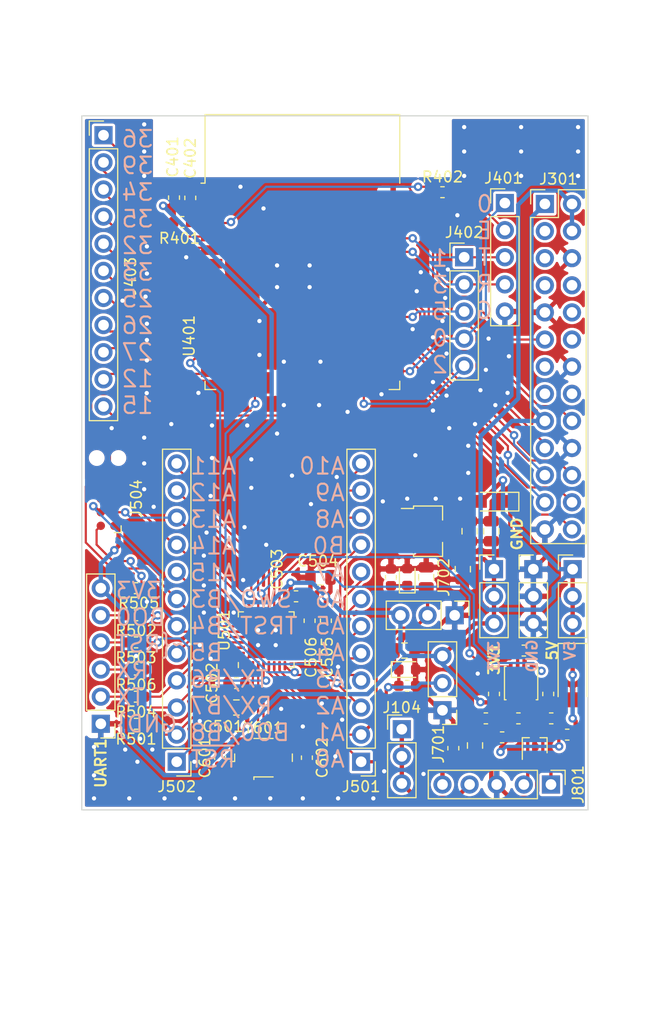
<source format=kicad_pcb>
(kicad_pcb (version 20171130) (host pcbnew 5.1.6)
  (layers (0 F.Cu signal) (31 B.Cu signal) (34 B.Paste user) (35 F.Paste user) (36 B.SilkS user) (37 F.SilkS user) (38 B.Mask user) (39 F.Mask user) (44 Edge.Cuts user))
  (net 0 "")
  (net 1 GND)
  (net 2 "Net-(C201-Pad1)")
  (net 3 +3V3)
  (net 4 /STM32/HSE_Crystal/XTAL1)
  (net 5 /STM32/HSE_Crystal/XTAL2)
  (net 6 /STM32/PA0)
  (net 7 /STM32/PA1)
  (net 8 +5V)
  (net 9 "Net-(C803-Pad1)")
  (net 10 "Net-(C804-Pad1)")
  (net 11 VBUS)
  (net 12 /ESP32/IO4)
  (net 13 /ESP32/IO16)
  (net 14 /ESP32/IO17)
  (net 15 /ESP32/IO18)
  (net 16 /ESP32/IO19)
  (net 17 /Display_Conn/COPI)
  (net 18 /ESP32/IO22)
  (net 19 /ESP32/IO23)
  (net 20 "Net-(J401-Pad4)")
  (net 21 "Net-(J401-Pad3)")
  (net 22 "Net-(J401-Pad2)")
  (net 23 "Net-(J401-Pad1)")
  (net 24 /ESP32/IO13)
  (net 25 "Net-(J403-Pad11)")
  (net 26 /ESP32/IO14)
  (net 27 "Net-(J403-Pad9)")
  (net 28 "Net-(J403-Pad8)")
  (net 29 "Net-(J403-Pad7)")
  (net 30 "Net-(J403-Pad6)")
  (net 31 "Net-(J403-Pad5)")
  (net 32 "Net-(J403-Pad4)")
  (net 33 "Net-(J403-Pad3)")
  (net 34 /ESP32/IO39)
  (net 35 /ESP32/IO36)
  (net 36 "Net-(J501-Pad12)")
  (net 37 "Net-(J501-Pad11)")
  (net 38 "Net-(J501-Pad10)")
  (net 39 /STM32/PB0)
  (net 40 "Net-(J501-Pad8)")
  (net 41 "Net-(J501-Pad7)")
  (net 42 "Net-(J501-Pad6)")
  (net 43 "Net-(J501-Pad5)")
  (net 44 /CAN/CAN_RX)
  (net 45 /CAN/CAN_TX)
  (net 46 /STM32/SWDIO)
  (net 47 /STM32/SWCLK)
  (net 48 "Net-(J502-Pad8)")
  (net 49 /STM32/SWO)
  (net 50 /STM32/~TRST)
  (net 51 /STM32/PB5)
  (net 52 /STM32/UART1_TXD)
  (net 53 /STM32/UART1_RXD)
  (net 54 /STM32/BOOT0)
  (net 55 /STM32/~RESET)
  (net 56 "Net-(J503-Pad5)")
  (net 57 "Net-(J503-Pad4)")
  (net 58 "Net-(J503-Pad3)")
  (net 59 "Net-(J503-Pad2)")
  (net 60 "Net-(J504-Pad10)")
  (net 61 /ESP32/EN)
  (net 62 "Net-(R801-Pad1)")
  (net 63 "Net-(J402-Pad5)")
  (net 64 "Net-(J402-Pad3)")
  (net 65 "Net-(J403-Pad10)")
  (net 66 /CAN/CAN_H)
  (net 67 /CAN/CAN_L)
  (net 68 "Net-(J301-Pad16)")
  (net 69 "Net-(J301-Pad15)")
  (net 70 "Net-(J301-Pad13)")
  (net 71 "Net-(J301-Pad12)")
  (net 72 "Net-(J301-Pad10)")
  (net 73 "Net-(J301-Pad8)")
  (net 74 "Net-(J301-Pad7)")
  (net 75 "Net-(J301-Pad5)")
  (net 76 "Net-(J301-Pad3)")
  (net 77 "Net-(U401-Pad32)")
  (net 78 "Net-(U401-Pad22)")
  (net 79 "Net-(U401-Pad21)")
  (net 80 "Net-(U401-Pad20)")
  (net 81 "Net-(U401-Pad19)")
  (net 82 "Net-(U401-Pad18)")
  (net 83 "Net-(U401-Pad17)")
  (module Connector_PinHeader_2.54mm:PinHeader_1x03_P2.54mm_Vertical (layer F.Cu) (at 171.196 92.456)
    (fp_text reference J101 hide)
    (fp_text value Conn_01x03)
    (pad 3 thru_hole oval (at 0 5.08) (size 1.7 1.7) (drill 1) (layers *.Cu *.Mask) (net 3 +3V3))
    (pad 2 thru_hole oval (at 0 2.54) (size 1.7 1.7) (drill 1) (layers *.Cu *.Mask) (net 3 +3V3))
    (pad 1 thru_hole rect (at 0 0) (size 1.7 1.7) (drill 1) (layers *.Cu *.Mask) (net 3 +3V3))
  )
  (module Connector_PinHeader_2.54mm:PinHeader_1x03_P2.54mm_Vertical (layer F.Cu) (at 167.513 96.774 270)
    (fp_text reference J702 (at -3.556 1.016 90) (layer F.SilkS))
    (fp_text value Conn_01x03)
    (pad 3 thru_hole oval (at 0 5.08 270) (size 1.7 1.7) (drill 1) (layers *.Cu *.Mask) (net 3 +3V3))
    (pad 2 thru_hole oval (at 0 2.54 270) (size 1.7 1.7) (drill 1) (layers *.Cu *.Mask) (net 7 /STM32/PA1))
    (pad 1 thru_hole rect (at 0 0 270) (size 1.7 1.7) (drill 1) (layers *.Cu *.Mask) (net 1 GND))
  )
  (module Package_DFN_QFN:QFN-32-1EP_5x5mm_P0.5mm_EP3.45x3.45mm (layer F.Cu) (at 149.86 99.06 90)
    (fp_text reference U501 (at 0.889 -3.937 270) (layer F.SilkS))
    (fp_text value STM32G431KBUx)
    (pad 33 smd rect (at 0 0 90) (size 3.45 3.45) (layers F.Cu F.Mask) (net 1 GND))
    (pad 32 smd roundrect (at -1.75 -2.4375 90) (size 0.25 0.875) (layers F.Cu F.Paste F.Mask) (net 1 GND))
    (pad 31 smd roundrect (at -1.25 -2.4375 90) (size 0.25 0.875) (layers F.Cu F.Paste F.Mask) (net 54 /STM32/BOOT0))
    (pad 30 smd roundrect (at -0.75 -2.4375 90) (size 0.25 0.875) (layers F.Cu F.Paste F.Mask) (net 53 /STM32/UART1_RXD))
    (pad 29 smd roundrect (at -0.25 -2.4375 90) (size 0.25 0.875) (layers F.Cu F.Paste F.Mask) (net 52 /STM32/UART1_TXD))
    (pad 28 smd roundrect (at 0.25 -2.4375 90) (size 0.25 0.875) (layers F.Cu F.Paste F.Mask) (net 51 /STM32/PB5))
    (pad 27 smd roundrect (at 0.75 -2.4375 90) (size 0.25 0.875) (layers F.Cu F.Paste F.Mask) (net 50 /STM32/~TRST))
    (pad 26 smd roundrect (at 1.25 -2.4375 90) (size 0.25 0.875) (layers F.Cu F.Paste F.Mask) (net 49 /STM32/SWO))
    (pad 25 smd roundrect (at 1.75 -2.4375 90) (size 0.25 0.875) (layers F.Cu F.Paste F.Mask) (net 48 "Net-(J502-Pad8)"))
    (pad 24 smd roundrect (at 2.4375 -1.75 90) (size 0.875 0.25) (layers F.Cu F.Paste F.Mask) (net 47 /STM32/SWCLK))
    (pad 23 smd roundrect (at 2.4375 -1.25 90) (size 0.875 0.25) (layers F.Cu F.Paste F.Mask) (net 46 /STM32/SWDIO))
    (pad 22 smd roundrect (at 2.4375 -0.75 90) (size 0.875 0.25) (layers F.Cu F.Paste F.Mask) (net 45 /CAN/CAN_TX))
    (pad 21 smd roundrect (at 2.4375 -0.25 90) (size 0.875 0.25) (layers F.Cu F.Paste F.Mask) (net 44 /CAN/CAN_RX))
    (pad 20 smd roundrect (at 2.4375 0.25 90) (size 0.875 0.25) (layers F.Cu F.Paste F.Mask) (net 36 "Net-(J501-Pad12)"))
    (pad 19 smd roundrect (at 2.4375 0.75 90) (size 0.875 0.25) (layers F.Cu F.Paste F.Mask) (net 37 "Net-(J501-Pad11)"))
    (pad 18 smd roundrect (at 2.4375 1.25 90) (size 0.875 0.25) (layers F.Cu F.Paste F.Mask) (net 38 "Net-(J501-Pad10)"))
    (pad 17 smd roundrect (at 2.4375 1.75 90) (size 0.875 0.25) (layers F.Cu F.Paste F.Mask) (net 3 +3V3))
    (pad 16 smd roundrect (at 1.75 2.4375 90) (size 0.25 0.875) (layers F.Cu F.Paste F.Mask) (net 1 GND))
    (pad 15 smd roundrect (at 1.25 2.4375 90) (size 0.25 0.875) (layers F.Cu F.Paste F.Mask) (net 3 +3V3))
    (pad 14 smd roundrect (at 0.75 2.4375 90) (size 0.25 0.875) (layers F.Cu F.Paste F.Mask) (net 1 GND))
    (pad 13 smd roundrect (at 0.25 2.4375 90) (size 0.25 0.875) (layers F.Cu F.Paste F.Mask) (net 39 /STM32/PB0))
    (pad 12 smd roundrect (at -0.25 2.4375 90) (size 0.25 0.875) (layers F.Cu F.Paste F.Mask) (net 40 "Net-(J501-Pad8)"))
    (pad 11 smd roundrect (at -0.75 2.4375 90) (size 0.25 0.875) (layers F.Cu F.Paste F.Mask) (net 41 "Net-(J501-Pad7)"))
    (pad 10 smd roundrect (at -1.25 2.4375 90) (size 0.25 0.875) (layers F.Cu F.Paste F.Mask) (net 42 "Net-(J501-Pad6)"))
    (pad 9 smd roundrect (at -1.75 2.4375 90) (size 0.25 0.875) (layers F.Cu F.Paste F.Mask) (net 43 "Net-(J501-Pad5)"))
    (pad 8 smd roundrect (at -2.4375 1.75 90) (size 0.875 0.25) (layers F.Cu F.Paste F.Mask) (net 26 /ESP32/IO14))
    (pad 7 smd roundrect (at -2.4375 1.25 90) (size 0.875 0.25) (layers F.Cu F.Paste F.Mask) (net 24 /ESP32/IO13))
    (pad 6 smd roundrect (at -2.4375 0.75 90) (size 0.875 0.25) (layers F.Cu F.Paste F.Mask) (net 7 /STM32/PA1))
    (pad 5 smd roundrect (at -2.4375 0.25 90) (size 0.875 0.25) (layers F.Cu F.Paste F.Mask) (net 6 /STM32/PA0))
    (pad 4 smd roundrect (at -2.4375 -0.25 90) (size 0.875 0.25) (layers F.Cu F.Paste F.Mask) (net 55 /STM32/~RESET))
    (pad 3 smd roundrect (at -2.4375 -0.75 90) (size 0.875 0.25) (layers F.Cu F.Paste F.Mask) (net 5 /STM32/HSE_Crystal/XTAL2))
    (pad 2 smd roundrect (at -2.4375 -1.25 90) (size 0.875 0.25) (layers F.Cu F.Paste F.Mask) (net 4 /STM32/HSE_Crystal/XTAL1))
    (pad 1 smd roundrect (at -2.4375 -1.75 90) (size 0.875 0.25) (layers F.Cu F.Paste F.Mask) (net 3 +3V3))
  )
  (module Connector_PinHeader_2.54mm:PinHeader_1x11_P2.54mm_Vertical (layer F.Cu) (at 134.62 51.816)
    (fp_text reference J403 (at 2.54 13.208 90) (layer F.SilkS))
    (fp_text value Conn_01x11)
    (pad 11 thru_hole oval (at 0 25.4) (size 1.7 1.7) (drill 1) (layers *.Cu *.Mask) (net 25 "Net-(J403-Pad11)"))
    (pad 10 thru_hole oval (at 0 22.86) (size 1.7 1.7) (drill 1) (layers *.Cu *.Mask) (net 65 "Net-(J403-Pad10)"))
    (pad 9 thru_hole oval (at 0 20.32) (size 1.7 1.7) (drill 1) (layers *.Cu *.Mask) (net 27 "Net-(J403-Pad9)"))
    (pad 8 thru_hole oval (at 0 17.78) (size 1.7 1.7) (drill 1) (layers *.Cu *.Mask) (net 28 "Net-(J403-Pad8)"))
    (pad 7 thru_hole oval (at 0 15.24) (size 1.7 1.7) (drill 1) (layers *.Cu *.Mask) (net 29 "Net-(J403-Pad7)"))
    (pad 6 thru_hole oval (at 0 12.7) (size 1.7 1.7) (drill 1) (layers *.Cu *.Mask) (net 30 "Net-(J403-Pad6)"))
    (pad 5 thru_hole oval (at 0 10.16) (size 1.7 1.7) (drill 1) (layers *.Cu *.Mask) (net 31 "Net-(J403-Pad5)"))
    (pad 4 thru_hole oval (at 0 7.62) (size 1.7 1.7) (drill 1) (layers *.Cu *.Mask) (net 32 "Net-(J403-Pad4)"))
    (pad 3 thru_hole oval (at 0 5.08) (size 1.7 1.7) (drill 1) (layers *.Cu *.Mask) (net 33 "Net-(J403-Pad3)"))
    (pad 2 thru_hole oval (at 0 2.54) (size 1.7 1.7) (drill 1) (layers *.Cu *.Mask) (net 34 /ESP32/IO39))
    (pad 1 thru_hole rect (at 0 0) (size 1.7 1.7) (drill 1) (layers *.Cu *.Mask) (net 35 /ESP32/IO36))
  )
  (module Connector_PinHeader_2.54mm:PinHeader_1x05_P2.54mm_Vertical (layer F.Cu) (at 168.402 63.246)
    (fp_text reference J402 (at 0 -2.33) (layer F.SilkS))
    (fp_text value Conn_01x05)
    (pad 5 thru_hole oval (at 0 10.16) (size 1.7 1.7) (drill 1) (layers *.Cu *.Mask) (net 63 "Net-(J402-Pad5)"))
    (pad 4 thru_hole oval (at 0 7.62) (size 1.7 1.7) (drill 1) (layers *.Cu *.Mask) (net 23 "Net-(J401-Pad1)"))
    (pad 3 thru_hole oval (at 0 5.08) (size 1.7 1.7) (drill 1) (layers *.Cu *.Mask) (net 64 "Net-(J402-Pad3)"))
    (pad 2 thru_hole oval (at 0 2.54) (size 1.7 1.7) (drill 1) (layers *.Cu *.Mask) (net 20 "Net-(J401-Pad4)"))
    (pad 1 thru_hole rect (at 0 0) (size 1.7 1.7) (drill 1) (layers *.Cu *.Mask) (net 21 "Net-(J401-Pad3)"))
  )
  (module bbcar_stw_adc:Crystal_SMD_Abracon_ABMM2-4Pin_6.0x3.6mm (layer F.Cu) (at 149.606 110.109)
    (fp_text reference Y601 (at 0 -2.8) (layer F.SilkS))
    (fp_text value Crystal_GND24)
    (pad 1 smd rect (at -2.2 1.2) (size 1.8 1.4) (layers F.Cu F.Paste F.Mask) (net 4 /STM32/HSE_Crystal/XTAL1))
    (pad 2 smd rect (at 2.2 1.2) (size 1.8 1.4) (layers F.Cu F.Paste F.Mask) (net 1 GND))
    (pad 3 smd rect (at 2.2 -1.2) (size 1.8 1.4) (layers F.Cu F.Paste F.Mask) (net 5 /STM32/HSE_Crystal/XTAL2))
    (pad 4 smd rect (at -2.2 -1.2) (size 1.8 1.4) (layers F.Cu F.Paste F.Mask) (net 1 GND))
  )
  (module Package_DFN_QFN:DFN-8-1EP_3x3mm_P0.65mm_EP1.55x2.4mm (layer F.Cu) (at 173.736 103.124 270)
    (fp_text reference U801 hide)
    (fp_text value MCP2542FDxMF)
    (pad 9 smd rect (at 0 0 270) (size 1.55 2.4) (layers F.Cu F.Mask) (net 1 GND))
    (pad 8 smd rect (at 1.55 -0.975 270) (size 0.65 0.35) (layers F.Cu F.Paste F.Mask) (net 62 "Net-(R801-Pad1)"))
    (pad 7 smd rect (at 1.55 -0.325 270) (size 0.65 0.35) (layers F.Cu F.Paste F.Mask) (net 66 /CAN/CAN_H))
    (pad 6 smd rect (at 1.55 0.325 270) (size 0.65 0.35) (layers F.Cu F.Paste F.Mask) (net 67 /CAN/CAN_L))
    (pad 5 smd rect (at 1.55 0.975 270) (size 0.65 0.35) (layers F.Cu F.Paste F.Mask) (net 3 +3V3))
    (pad 4 smd rect (at -1.55 0.975 270) (size 0.65 0.35) (layers F.Cu F.Paste F.Mask) (net 44 /CAN/CAN_RX))
    (pad 3 smd rect (at -1.55 0.325 270) (size 0.65 0.35) (layers F.Cu F.Paste F.Mask) (net 8 +5V))
    (pad 2 smd rect (at -1.55 -0.325 270) (size 0.65 0.35) (layers F.Cu F.Paste F.Mask) (net 1 GND))
    (pad 1 smd rect (at -1.55 -0.975 270) (size 0.65 0.35) (layers F.Cu F.Paste F.Mask) (net 45 /CAN/CAN_TX))
  )
  (module RF_Module:ESP32-WROOM-32 (layer F.Cu) (at 153.25 65.75)
    (fp_text reference U401 (at -10.61 4.862 90) (layer F.SilkS))
    (fp_text value ESP32-WROOM-32)
    (pad 38 smd rect (at 8.5 -8.255) (size 2 0.9) (layers F.Cu F.Paste F.Mask) (net 1 GND))
    (pad 37 smd rect (at 8.5 -6.985) (size 2 0.9) (layers F.Cu F.Paste F.Mask) (net 19 /ESP32/IO23))
    (pad 36 smd rect (at 8.5 -5.715) (size 2 0.9) (layers F.Cu F.Paste F.Mask) (net 18 /ESP32/IO22))
    (pad 35 smd rect (at 8.5 -4.445) (size 2 0.9) (layers F.Cu F.Paste F.Mask) (net 21 "Net-(J401-Pad3)"))
    (pad 34 smd rect (at 8.5 -3.175) (size 2 0.9) (layers F.Cu F.Paste F.Mask) (net 20 "Net-(J401-Pad4)"))
    (pad 33 smd rect (at 8.5 -1.905) (size 2 0.9) (layers F.Cu F.Paste F.Mask) (net 17 /Display_Conn/COPI))
    (pad 32 smd rect (at 8.5 -0.635) (size 2 0.9) (layers F.Cu F.Paste F.Mask) (net 77 "Net-(U401-Pad32)"))
    (pad 31 smd rect (at 8.5 0.635) (size 2 0.9) (layers F.Cu F.Paste F.Mask) (net 16 /ESP32/IO19))
    (pad 30 smd rect (at 8.5 1.905) (size 2 0.9) (layers F.Cu F.Paste F.Mask) (net 15 /ESP32/IO18))
    (pad 29 smd rect (at 8.5 3.175) (size 2 0.9) (layers F.Cu F.Paste F.Mask) (net 64 "Net-(J402-Pad3)"))
    (pad 28 smd rect (at 8.5 4.445) (size 2 0.9) (layers F.Cu F.Paste F.Mask) (net 14 /ESP32/IO17))
    (pad 27 smd rect (at 8.5 5.715) (size 2 0.9) (layers F.Cu F.Paste F.Mask) (net 13 /ESP32/IO16))
    (pad 26 smd rect (at 8.5 6.985) (size 2 0.9) (layers F.Cu F.Paste F.Mask) (net 12 /ESP32/IO4))
    (pad 25 smd rect (at 8.5 8.255) (size 2 0.9) (layers F.Cu F.Paste F.Mask) (net 23 "Net-(J401-Pad1)"))
    (pad 24 smd rect (at 5.715 9.255 90) (size 2 0.9) (layers F.Cu F.Paste F.Mask) (net 63 "Net-(J402-Pad5)"))
    (pad 23 smd rect (at 4.445 9.255 90) (size 2 0.9) (layers F.Cu F.Paste F.Mask) (net 25 "Net-(J403-Pad11)"))
    (pad 22 smd rect (at 3.175 9.255 90) (size 2 0.9) (layers F.Cu F.Paste F.Mask) (net 78 "Net-(U401-Pad22)"))
    (pad 21 smd rect (at 1.905 9.255 90) (size 2 0.9) (layers F.Cu F.Paste F.Mask) (net 79 "Net-(U401-Pad21)"))
    (pad 20 smd rect (at 0.635 9.255 90) (size 2 0.9) (layers F.Cu F.Paste F.Mask) (net 80 "Net-(U401-Pad20)"))
    (pad 19 smd rect (at -0.635 9.255 90) (size 2 0.9) (layers F.Cu F.Paste F.Mask) (net 81 "Net-(U401-Pad19)"))
    (pad 18 smd rect (at -1.905 9.255 90) (size 2 0.9) (layers F.Cu F.Paste F.Mask) (net 82 "Net-(U401-Pad18)"))
    (pad 17 smd rect (at -3.175 9.255 90) (size 2 0.9) (layers F.Cu F.Paste F.Mask) (net 83 "Net-(U401-Pad17)"))
    (pad 16 smd rect (at -4.445 9.255 90) (size 2 0.9) (layers F.Cu F.Paste F.Mask) (net 24 /ESP32/IO13))
    (pad 15 smd rect (at -5.715 9.255 90) (size 2 0.9) (layers F.Cu F.Paste F.Mask) (net 1 GND))
    (pad 14 smd rect (at -8.5 8.255) (size 2 0.9) (layers F.Cu F.Paste F.Mask) (net 65 "Net-(J403-Pad10)"))
    (pad 13 smd rect (at -8.5 6.985) (size 2 0.9) (layers F.Cu F.Paste F.Mask) (net 26 /ESP32/IO14))
    (pad 12 smd rect (at -8.5 5.715) (size 2 0.9) (layers F.Cu F.Paste F.Mask) (net 27 "Net-(J403-Pad9)"))
    (pad 11 smd rect (at -8.5 4.445) (size 2 0.9) (layers F.Cu F.Paste F.Mask) (net 28 "Net-(J403-Pad8)"))
    (pad 10 smd rect (at -8.5 3.175) (size 2 0.9) (layers F.Cu F.Paste F.Mask) (net 29 "Net-(J403-Pad7)"))
    (pad 9 smd rect (at -8.5 1.905) (size 2 0.9) (layers F.Cu F.Paste F.Mask) (net 30 "Net-(J403-Pad6)"))
    (pad 8 smd rect (at -8.5 0.635) (size 2 0.9) (layers F.Cu F.Paste F.Mask) (net 31 "Net-(J403-Pad5)"))
    (pad 7 smd rect (at -8.5 -0.635) (size 2 0.9) (layers F.Cu F.Paste F.Mask) (net 32 "Net-(J403-Pad4)"))
    (pad 6 smd rect (at -8.5 -1.905) (size 2 0.9) (layers F.Cu F.Paste F.Mask) (net 33 "Net-(J403-Pad3)"))
    (pad 5 smd rect (at -8.5 -3.175) (size 2 0.9) (layers F.Cu F.Paste F.Mask) (net 34 /ESP32/IO39))
    (pad 4 smd rect (at -8.5 -4.445) (size 2 0.9) (layers F.Cu F.Paste F.Mask) (net 35 /ESP32/IO36))
    (pad 3 smd rect (at -8.5 -5.715) (size 2 0.9) (layers F.Cu F.Paste F.Mask) (net 61 /ESP32/EN))
    (pad 2 smd rect (at -8.5 -6.985) (size 2 0.9) (layers F.Cu F.Paste F.Mask) (net 3 +3V3))
    (pad 1 smd rect (at -8.5 -8.255) (size 2 0.9) (layers F.Cu F.Paste F.Mask) (net 1 GND))
    (pad 39 smd rect (at -1 -0.755) (size 5 5) (layers F.Cu F.Paste F.Mask) (net 1 GND))
  )
  (module Package_TO_SOT_SMD:SOT-89-3 (layer F.Cu) (at 164.719 88.9)
    (fp_text reference U201 hide)
    (fp_text value MCP1703A-3302_SOT89)
    (pad 2 smd custom (at -1.5625 0) (size 1.475 0.9) (layers F.Cu F.Paste F.Mask) (net 2 "Net-(C201-Pad1)") (options (clearance outline) (anchor rect)) (primitives (gr_poly (pts (xy 0.7375 -0.8665) (xy 3.8625 -0.8665) (xy 3.8625 0.8665) (xy 0.7375 0.8665)) (width 0))))
    (pad 3 smd rect (at -1.65 1.5) (size 1.3 0.9) (layers F.Cu F.Paste F.Mask) (net 3 +3V3))
    (pad 1 smd rect (at -1.65 -1.5) (size 1.3 0.9) (layers F.Cu F.Paste F.Mask) (net 1 GND))
  )
  (module Resistor_SMD:R_0603_1608Metric (layer F.Cu) (at 167.386 109.22 90)
    (fp_text reference R806 hide)
    (fp_text value 1M)
    (pad 2 smd roundrect (at 0.7875 0 90) (size 0.875 0.95) (layers F.Cu F.Paste F.Mask) (net 1 GND))
    (pad 1 smd roundrect (at -0.7875 0 90) (size 0.875 0.95) (layers F.Cu F.Paste F.Mask) (net 10 "Net-(C804-Pad1)"))
  )
  (module Resistor_SMD:R_0603_1608Metric (layer F.Cu) (at 173.482 106.426)
    (fp_text reference R805 hide)
    (fp_text value 60.4R)
    (pad 2 smd roundrect (at 0.7875 0) (size 0.875 0.95) (layers F.Cu F.Paste F.Mask) (net 67 /CAN/CAN_L))
    (pad 1 smd roundrect (at -0.7875 0) (size 0.875 0.95) (layers F.Cu F.Paste F.Mask) (net 9 "Net-(C803-Pad1)"))
  )
  (module Resistor_SMD:R_0603_1608Metric (layer F.Cu) (at 176.5555 106.426)
    (fp_text reference R804 hide)
    (fp_text value 60.4R)
    (pad 2 smd roundrect (at 0.7875 0) (size 0.875 0.95) (layers F.Cu F.Paste F.Mask) (net 9 "Net-(C803-Pad1)"))
    (pad 1 smd roundrect (at -0.7875 0) (size 0.875 0.95) (layers F.Cu F.Paste F.Mask) (net 66 /CAN/CAN_H))
  )
  (module Resistor_SMD:R_0603_1608Metric (layer F.Cu) (at 171.958 108.204 180)
    (fp_text reference R803 hide)
    (fp_text value 10k)
    (pad 2 smd roundrect (at 0.7875 0 180) (size 0.875 0.95) (layers F.Cu F.Paste F.Mask) (net 1 GND))
    (pad 1 smd roundrect (at -0.7875 0 180) (size 0.875 0.95) (layers F.Cu F.Paste F.Mask) (net 9 "Net-(C803-Pad1)"))
  )
  (module Resistor_SMD:R_0603_1608Metric (layer F.Cu) (at 178.054 107.95 180)
    (fp_text reference R802 hide)
    (fp_text value 10k)
    (pad 2 smd roundrect (at 0.7875 0 180) (size 0.875 0.95) (layers F.Cu F.Paste F.Mask) (net 9 "Net-(C803-Pad1)"))
    (pad 1 smd roundrect (at -0.7875 0 180) (size 0.875 0.95) (layers F.Cu F.Paste F.Mask) (net 8 +5V))
  )
  (module Resistor_SMD:R_0603_1608Metric (layer F.Cu) (at 176.276 104.14 90)
    (fp_text reference R801 hide)
    (fp_text value 10k)
    (pad 2 smd roundrect (at 0.7875 0 90) (size 0.875 0.95) (layers F.Cu F.Paste F.Mask) (net 1 GND))
    (pad 1 smd roundrect (at -0.7875 0 90) (size 0.875 0.95) (layers F.Cu F.Paste F.Mask) (net 62 "Net-(R801-Pad1)"))
  )
  (module Resistor_SMD:R_0603_1608Metric (layer F.Cu) (at 161.544 93.218 90)
    (fp_text reference R702 hide)
    (fp_text value 47k)
    (pad 2 smd roundrect (at 0.7875 0 90) (size 0.875 0.95) (layers F.Cu F.Paste F.Mask) (net 1 GND))
    (pad 1 smd roundrect (at -0.7875 0 90) (size 0.875 0.95) (layers F.Cu F.Paste F.Mask) (net 7 /STM32/PA1))
  )
  (module Resistor_SMD:R_0603_1608Metric (layer F.Cu) (at 163.068 103.378)
    (fp_text reference R701 hide)
    (fp_text value 47k)
    (pad 1 smd roundrect (at -0.7875 0) (size 0.875 0.95) (layers F.Cu F.Paste F.Mask) (net 6 /STM32/PA0))
    (pad 2 smd roundrect (at 0.7875 0) (size 0.875 0.95) (layers F.Cu F.Paste F.Mask) (net 1 GND))
  )
  (module Resistor_SMD:R_0603_1608Metric (layer F.Cu) (at 137.668 101.854 180)
    (fp_text reference R506 (at 0 -1.43) (layer F.SilkS))
    (fp_text value 1k)
    (pad 2 smd roundrect (at 0.7875 0 180) (size 0.875 0.95) (layers F.Cu F.Paste F.Mask) (net 58 "Net-(J503-Pad3)"))
    (pad 1 smd roundrect (at -0.7875 0 180) (size 0.875 0.95) (layers F.Cu F.Paste F.Mask) (net 53 /STM32/UART1_RXD))
  )
  (module Resistor_SMD:R_0603_1608Metric (layer F.Cu) (at 137.668 94.234)
    (fp_text reference R505 (at 0.254 1.397) (layer F.SilkS))
    (fp_text value 1k)
    (pad 2 smd roundrect (at 0.7875 0) (size 0.875 0.95) (layers F.Cu F.Paste F.Mask) (net 60 "Net-(J504-Pad10)"))
    (pad 1 smd roundrect (at -0.7875 0) (size 0.875 0.95) (layers F.Cu F.Paste F.Mask) (net 55 /STM32/~RESET))
  )
  (module Resistor_SMD:R_0603_1608Metric (layer F.Cu) (at 137.668 104.394 180)
    (fp_text reference R504 (at 0 -1.43) (layer F.SilkS))
    (fp_text value 1k)
    (pad 2 smd roundrect (at 0.7875 0 180) (size 0.875 0.95) (layers F.Cu F.Paste F.Mask) (net 59 "Net-(J503-Pad2)"))
    (pad 1 smd roundrect (at -0.7875 0 180) (size 0.875 0.95) (layers F.Cu F.Paste F.Mask) (net 52 /STM32/UART1_TXD))
  )
  (module Resistor_SMD:R_0603_1608Metric (layer F.Cu) (at 137.668 99.314 180)
    (fp_text reference R503 (at 0 -1.43) (layer F.SilkS))
    (fp_text value 1k)
    (pad 2 smd roundrect (at 0.7875 0 180) (size 0.875 0.95) (layers F.Cu F.Paste F.Mask) (net 57 "Net-(J503-Pad4)"))
    (pad 1 smd roundrect (at -0.7875 0 180) (size 0.875 0.95) (layers F.Cu F.Paste F.Mask) (net 55 /STM32/~RESET))
  )
  (module Resistor_SMD:R_0603_1608Metric (layer F.Cu) (at 137.668 96.774 180)
    (fp_text reference R502 (at 0 -1.43) (layer F.SilkS))
    (fp_text value 1k)
    (pad 2 smd roundrect (at 0.7875 0 180) (size 0.875 0.95) (layers F.Cu F.Paste F.Mask) (net 56 "Net-(J503-Pad5)"))
    (pad 1 smd roundrect (at -0.7875 0 180) (size 0.875 0.95) (layers F.Cu F.Paste F.Mask) (net 54 /STM32/BOOT0))
  )
  (module Resistor_SMD:R_0603_1608Metric (layer F.Cu) (at 137.668 106.934 180)
    (fp_text reference R501 (at 0 -1.43) (layer F.SilkS))
    (fp_text value 10k)
    (pad 2 smd roundrect (at 0.7875 0 180) (size 0.875 0.95) (layers F.Cu F.Paste F.Mask) (net 1 GND))
    (pad 1 smd roundrect (at -0.7875 0 180) (size 0.875 0.95) (layers F.Cu F.Paste F.Mask) (net 54 /STM32/BOOT0))
  )
  (module Resistor_SMD:R_0603_1608Metric (layer F.Cu) (at 166.37 57.15)
    (fp_text reference R402 (at 0 -1.43) (layer F.SilkS))
    (fp_text value 1k)
    (pad 2 smd roundrect (at 0.7875 0) (size 0.875 0.95) (layers F.Cu F.Paste F.Mask) (net 22 "Net-(J401-Pad2)"))
    (pad 1 smd roundrect (at -0.7875 0) (size 0.875 0.95) (layers F.Cu F.Paste F.Mask) (net 61 /ESP32/EN))
  )
  (module Resistor_SMD:R_0603_1608Metric (layer F.Cu) (at 141.986 59.944)
    (fp_text reference R401 (at -0.254 1.524) (layer F.SilkS))
    (fp_text value 10k)
    (pad 2 smd roundrect (at 0.7875 0) (size 0.875 0.95) (layers F.Cu F.Paste F.Mask) (net 61 /ESP32/EN))
    (pad 1 smd roundrect (at -0.7875 0) (size 0.875 0.95) (layers F.Cu F.Paste F.Mask) (net 3 +3V3))
  )
  (module Connector_PinHeader_2.54mm:PinHeader_1x05_P2.54mm_Vertical (layer F.Cu) (at 176.53 112.62 270)
    (fp_text reference J801 (at 0 -2.54 90) (layer F.SilkS))
    (fp_text value Conn_01x05)
    (pad 5 thru_hole oval (at 0 10.16 270) (size 1.7 1.7) (drill 1) (layers *.Cu *.Mask) (net 10 "Net-(C804-Pad1)"))
    (pad 4 thru_hole oval (at 0 7.62 270) (size 1.7 1.7) (drill 1) (layers *.Cu *.Mask) (net 11 VBUS))
    (pad 3 thru_hole oval (at 0 5.08 270) (size 1.7 1.7) (drill 1) (layers *.Cu *.Mask) (net 1 GND))
    (pad 2 thru_hole oval (at 0 2.54 270) (size 1.7 1.7) (drill 1) (layers *.Cu *.Mask) (net 67 /CAN/CAN_L))
    (pad 1 thru_hole rect (at 0 0 270) (size 1.7 1.7) (drill 1) (layers *.Cu *.Mask) (net 66 /CAN/CAN_H))
  )
  (module Connector_PinHeader_2.54mm:PinHeader_1x03_P2.54mm_Vertical (layer F.Cu) (at 166.37 105.664 180)
    (fp_text reference J701 (at 0.381 -3.175 90) (layer F.SilkS))
    (fp_text value Conn_01x03)
    (pad 3 thru_hole oval (at 0 5.08 180) (size 1.7 1.7) (drill 1) (layers *.Cu *.Mask) (net 3 +3V3))
    (pad 2 thru_hole oval (at 0 2.54 180) (size 1.7 1.7) (drill 1) (layers *.Cu *.Mask) (net 6 /STM32/PA0))
    (pad 1 thru_hole rect (at 0 0 180) (size 1.7 1.7) (drill 1) (layers *.Cu *.Mask) (net 1 GND))
  )
  (module Connector:Tag-Connect_TC2050-IDC-NL_2x05_P1.27mm_Vertical (layer F.Cu) (at 135.001 85.852 90)
    (fp_text reference J504 (at 0 2.7 90) (layer F.SilkS))
    (fp_text value Tag-Connect_2050)
    (pad 10 connect circle (at -2.54 -0.635 90) (size 0.7874 0.7874) (layers F.Cu F.Mask) (net 60 "Net-(J504-Pad10)"))
    (pad 9 connect circle (at -1.27 -0.635 90) (size 0.7874 0.7874) (layers F.Cu F.Mask) (net 50 /STM32/~TRST))
    (pad 8 connect circle (at 0 -0.635 90) (size 0.7874 0.7874) (layers F.Cu F.Mask) (net 1 GND))
    (pad 7 connect circle (at 1.27 -0.635 90) (size 0.7874 0.7874) (layers F.Cu F.Mask) (net 1 GND))
    (pad 6 connect circle (at 2.54 -0.635 90) (size 0.7874 0.7874) (layers F.Cu F.Mask) (net 49 /STM32/SWO))
    (pad 5 connect circle (at 2.54 0.635 90) (size 0.7874 0.7874) (layers F.Cu F.Mask) (net 1 GND))
    (pad 4 connect circle (at 1.27 0.635 90) (size 0.7874 0.7874) (layers F.Cu F.Mask) (net 47 /STM32/SWCLK))
    (pad 3 connect circle (at 0 0.635 90) (size 0.7874 0.7874) (layers F.Cu F.Mask) (net 1 GND))
    (pad 2 connect circle (at -1.27 0.635 90) (size 0.7874 0.7874) (layers F.Cu F.Mask) (net 46 /STM32/SWDIO))
    (pad 1 connect circle (at -2.54 0.635 90) (size 0.7874 0.7874) (layers F.Cu F.Mask) (net 3 +3V3))
    (pad "" np_thru_hole circle (at -3.81 0 90) (size 0.9906 0.9906) (drill 0.9906) (layers *.Cu *.Mask))
    (pad "" np_thru_hole circle (at 3.81 1.016 90) (size 0.9906 0.9906) (drill 0.9906) (layers *.Cu *.Mask))
    (pad "" np_thru_hole circle (at 3.81 -1.016 90) (size 0.9906 0.9906) (drill 0.9906) (layers *.Cu *.Mask))
  )
  (module Connector_PinHeader_2.54mm:PinHeader_1x06_P2.54mm_Vertical (layer F.Cu) (at 134.366 106.934 180)
    (fp_text reference J503 hide)
    (fp_text value Conn_01x06)
    (pad 6 thru_hole oval (at 0 12.7 180) (size 1.7 1.7) (drill 1) (layers *.Cu *.Mask) (net 3 +3V3))
    (pad 5 thru_hole oval (at 0 10.16 180) (size 1.7 1.7) (drill 1) (layers *.Cu *.Mask) (net 56 "Net-(J503-Pad5)"))
    (pad 4 thru_hole oval (at 0 7.62 180) (size 1.7 1.7) (drill 1) (layers *.Cu *.Mask) (net 57 "Net-(J503-Pad4)"))
    (pad 3 thru_hole oval (at 0 5.08 180) (size 1.7 1.7) (drill 1) (layers *.Cu *.Mask) (net 58 "Net-(J503-Pad3)"))
    (pad 2 thru_hole oval (at 0 2.54 180) (size 1.7 1.7) (drill 1) (layers *.Cu *.Mask) (net 59 "Net-(J503-Pad2)"))
    (pad 1 thru_hole rect (at 0 0 180) (size 1.7 1.7) (drill 1) (layers *.Cu *.Mask) (net 1 GND))
  )
  (module Connector_PinHeader_2.54mm:PinHeader_1x12_P2.54mm_Vertical (layer F.Cu) (at 141.478 110.49 180)
    (fp_text reference J502 (at 0 -2.33) (layer F.SilkS))
    (fp_text value Conn_01x12)
    (pad 12 thru_hole oval (at 0 27.94 180) (size 1.7 1.7) (drill 1) (layers *.Cu *.Mask) (net 44 /CAN/CAN_RX))
    (pad 11 thru_hole oval (at 0 25.4 180) (size 1.7 1.7) (drill 1) (layers *.Cu *.Mask) (net 45 /CAN/CAN_TX))
    (pad 10 thru_hole oval (at 0 22.86 180) (size 1.7 1.7) (drill 1) (layers *.Cu *.Mask) (net 46 /STM32/SWDIO))
    (pad 9 thru_hole oval (at 0 20.32 180) (size 1.7 1.7) (drill 1) (layers *.Cu *.Mask) (net 47 /STM32/SWCLK))
    (pad 8 thru_hole oval (at 0 17.78 180) (size 1.7 1.7) (drill 1) (layers *.Cu *.Mask) (net 48 "Net-(J502-Pad8)"))
    (pad 7 thru_hole oval (at 0 15.24 180) (size 1.7 1.7) (drill 1) (layers *.Cu *.Mask) (net 49 /STM32/SWO))
    (pad 6 thru_hole oval (at 0 12.7 180) (size 1.7 1.7) (drill 1) (layers *.Cu *.Mask) (net 50 /STM32/~TRST))
    (pad 5 thru_hole oval (at 0 10.16 180) (size 1.7 1.7) (drill 1) (layers *.Cu *.Mask) (net 51 /STM32/PB5))
    (pad 4 thru_hole oval (at 0 7.62 180) (size 1.7 1.7) (drill 1) (layers *.Cu *.Mask) (net 52 /STM32/UART1_TXD))
    (pad 3 thru_hole oval (at 0 5.08 180) (size 1.7 1.7) (drill 1) (layers *.Cu *.Mask) (net 53 /STM32/UART1_RXD))
    (pad 2 thru_hole oval (at 0 2.54 180) (size 1.7 1.7) (drill 1) (layers *.Cu *.Mask) (net 54 /STM32/BOOT0))
    (pad 1 thru_hole rect (at 0 0 180) (size 1.7 1.7) (drill 1) (layers *.Cu *.Mask) (net 55 /STM32/~RESET))
  )
  (module Connector_PinHeader_2.54mm:PinHeader_1x12_P2.54mm_Vertical (layer F.Cu) (at 158.75 110.49 180)
    (fp_text reference J501 (at 0 -2.33) (layer F.SilkS))
    (fp_text value Conn_01x12)
    (pad 12 thru_hole oval (at 0 27.94 180) (size 1.7 1.7) (drill 1) (layers *.Cu *.Mask) (net 36 "Net-(J501-Pad12)"))
    (pad 11 thru_hole oval (at 0 25.4 180) (size 1.7 1.7) (drill 1) (layers *.Cu *.Mask) (net 37 "Net-(J501-Pad11)"))
    (pad 10 thru_hole oval (at 0 22.86 180) (size 1.7 1.7) (drill 1) (layers *.Cu *.Mask) (net 38 "Net-(J501-Pad10)"))
    (pad 9 thru_hole oval (at 0 20.32 180) (size 1.7 1.7) (drill 1) (layers *.Cu *.Mask) (net 39 /STM32/PB0))
    (pad 8 thru_hole oval (at 0 17.78 180) (size 1.7 1.7) (drill 1) (layers *.Cu *.Mask) (net 40 "Net-(J501-Pad8)"))
    (pad 7 thru_hole oval (at 0 15.24 180) (size 1.7 1.7) (drill 1) (layers *.Cu *.Mask) (net 41 "Net-(J501-Pad7)"))
    (pad 6 thru_hole oval (at 0 12.7 180) (size 1.7 1.7) (drill 1) (layers *.Cu *.Mask) (net 42 "Net-(J501-Pad6)"))
    (pad 5 thru_hole oval (at 0 10.16 180) (size 1.7 1.7) (drill 1) (layers *.Cu *.Mask) (net 43 "Net-(J501-Pad5)"))
    (pad 4 thru_hole oval (at 0 7.62 180) (size 1.7 1.7) (drill 1) (layers *.Cu *.Mask) (net 26 /ESP32/IO14))
    (pad 3 thru_hole oval (at 0 5.08 180) (size 1.7 1.7) (drill 1) (layers *.Cu *.Mask) (net 24 /ESP32/IO13))
    (pad 2 thru_hole oval (at 0 2.54 180) (size 1.7 1.7) (drill 1) (layers *.Cu *.Mask) (net 7 /STM32/PA1))
    (pad 1 thru_hole rect (at 0 0 180) (size 1.7 1.7) (drill 1) (layers *.Cu *.Mask) (net 6 /STM32/PA0))
  )
  (module Connector_PinHeader_2.54mm:PinHeader_1x05_P2.54mm_Vertical (layer F.Cu) (at 172.212 58.166)
    (fp_text reference J401 (at -0.127 -2.33) (layer F.SilkS))
    (fp_text value Conn_01x05)
    (pad 5 thru_hole oval (at 0 10.16) (size 1.7 1.7) (drill 1) (layers *.Cu *.Mask) (net 1 GND))
    (pad 4 thru_hole oval (at 0 7.62) (size 1.7 1.7) (drill 1) (layers *.Cu *.Mask) (net 20 "Net-(J401-Pad4)"))
    (pad 3 thru_hole oval (at 0 5.08) (size 1.7 1.7) (drill 1) (layers *.Cu *.Mask) (net 21 "Net-(J401-Pad3)"))
    (pad 2 thru_hole oval (at 0 2.54) (size 1.7 1.7) (drill 1) (layers *.Cu *.Mask) (net 22 "Net-(J401-Pad2)"))
    (pad 1 thru_hole rect (at 0 0) (size 1.7 1.7) (drill 1) (layers *.Cu *.Mask) (net 23 "Net-(J401-Pad1)"))
  )
  (module Connector_PinHeader_2.54mm:PinHeader_2x13_P2.54mm_Vertical (layer F.Cu) (at 175.96 58.25)
    (fp_text reference J301 (at 1.27 -2.33) (layer F.SilkS))
    (fp_text value Conn_02x13_Odd_Even hide)
    (pad 26 thru_hole oval (at 2.54 30.48) (size 1.7 1.7) (drill 1) (layers *.Cu *.Mask) (net 12 /ESP32/IO4))
    (pad 25 thru_hole oval (at 0 30.48) (size 1.7 1.7) (drill 1) (layers *.Cu *.Mask) (net 1 GND))
    (pad 24 thru_hole oval (at 2.54 27.94) (size 1.7 1.7) (drill 1) (layers *.Cu *.Mask) (net 13 /ESP32/IO16))
    (pad 23 thru_hole oval (at 0 27.94) (size 1.7 1.7) (drill 1) (layers *.Cu *.Mask) (net 14 /ESP32/IO17))
    (pad 22 thru_hole oval (at 2.54 25.4) (size 1.7 1.7) (drill 1) (layers *.Cu *.Mask) (net 15 /ESP32/IO18))
    (pad 21 thru_hole oval (at 0 25.4) (size 1.7 1.7) (drill 1) (layers *.Cu *.Mask) (net 16 /ESP32/IO19))
    (pad 20 thru_hole oval (at 2.54 22.86) (size 1.7 1.7) (drill 1) (layers *.Cu *.Mask) (net 1 GND))
    (pad 19 thru_hole oval (at 0 22.86) (size 1.7 1.7) (drill 1) (layers *.Cu *.Mask) (net 17 /Display_Conn/COPI))
    (pad 18 thru_hole oval (at 2.54 20.32) (size 1.7 1.7) (drill 1) (layers *.Cu *.Mask) (net 18 /ESP32/IO22))
    (pad 17 thru_hole oval (at 0 20.32) (size 1.7 1.7) (drill 1) (layers *.Cu *.Mask) (net 3 +3V3))
    (pad 16 thru_hole oval (at 2.54 17.78) (size 1.7 1.7) (drill 1) (layers *.Cu *.Mask) (net 68 "Net-(J301-Pad16)"))
    (pad 15 thru_hole oval (at 0 17.78) (size 1.7 1.7) (drill 1) (layers *.Cu *.Mask) (net 69 "Net-(J301-Pad15)"))
    (pad 14 thru_hole oval (at 2.54 15.24) (size 1.7 1.7) (drill 1) (layers *.Cu *.Mask) (net 1 GND))
    (pad 13 thru_hole oval (at 0 15.24) (size 1.7 1.7) (drill 1) (layers *.Cu *.Mask) (net 70 "Net-(J301-Pad13)"))
    (pad 12 thru_hole oval (at 2.54 12.7) (size 1.7 1.7) (drill 1) (layers *.Cu *.Mask) (net 71 "Net-(J301-Pad12)"))
    (pad 11 thru_hole oval (at 0 12.7) (size 1.7 1.7) (drill 1) (layers *.Cu *.Mask) (net 19 /ESP32/IO23))
    (pad 10 thru_hole oval (at 2.54 10.16) (size 1.7 1.7) (drill 1) (layers *.Cu *.Mask) (net 72 "Net-(J301-Pad10)"))
    (pad 9 thru_hole oval (at 0 10.16) (size 1.7 1.7) (drill 1) (layers *.Cu *.Mask) (net 1 GND))
    (pad 8 thru_hole oval (at 2.54 7.62) (size 1.7 1.7) (drill 1) (layers *.Cu *.Mask) (net 73 "Net-(J301-Pad8)"))
    (pad 7 thru_hole oval (at 0 7.62) (size 1.7 1.7) (drill 1) (layers *.Cu *.Mask) (net 74 "Net-(J301-Pad7)"))
    (pad 6 thru_hole oval (at 2.54 5.08) (size 1.7 1.7) (drill 1) (layers *.Cu *.Mask) (net 1 GND))
    (pad 5 thru_hole oval (at 0 5.08) (size 1.7 1.7) (drill 1) (layers *.Cu *.Mask) (net 75 "Net-(J301-Pad5)"))
    (pad 4 thru_hole oval (at 2.54 2.54) (size 1.7 1.7) (drill 1) (layers *.Cu *.Mask) (net 8 +5V))
    (pad 3 thru_hole oval (at 0 2.54) (size 1.7 1.7) (drill 1) (layers *.Cu *.Mask) (net 76 "Net-(J301-Pad3)"))
    (pad 2 thru_hole oval (at 2.54 0) (size 1.7 1.7) (drill 1) (layers *.Cu *.Mask) (net 8 +5V))
    (pad 1 thru_hole rect (at 0 0) (size 1.7 1.7) (drill 1) (layers *.Cu *.Mask) (net 3 +3V3))
  )
  (module Connector_PinHeader_2.54mm:PinHeader_1x03_P2.54mm_Vertical (layer F.Cu) (at 162.56 107.442)
    (fp_text reference J104 (at 0 -2.032) (layer F.SilkS))
    (fp_text value Conn_01x03)
    (pad 3 thru_hole oval (at 0 5.08) (size 1.7 1.7) (drill 1) (layers *.Cu *.Mask) (net 11 VBUS))
    (pad 2 thru_hole oval (at 0 2.54) (size 1.7 1.7) (drill 1) (layers *.Cu *.Mask) (net 11 VBUS))
    (pad 1 thru_hole rect (at 0 0) (size 1.7 1.7) (drill 1) (layers *.Cu *.Mask) (net 11 VBUS))
  )
  (module Connector_PinHeader_2.54mm:PinHeader_1x03_P2.54mm_Vertical (layer F.Cu) (at 178.562 92.456)
    (fp_text reference J103 hide)
    (fp_text value Conn_01x03)
    (pad 3 thru_hole oval (at 0 5.08) (size 1.7 1.7) (drill 1) (layers *.Cu *.Mask) (net 8 +5V))
    (pad 2 thru_hole oval (at 0 2.54) (size 1.7 1.7) (drill 1) (layers *.Cu *.Mask) (net 8 +5V))
    (pad 1 thru_hole rect (at 0 0) (size 1.7 1.7) (drill 1) (layers *.Cu *.Mask) (net 8 +5V))
  )
  (module Connector_PinHeader_2.54mm:PinHeader_1x03_P2.54mm_Vertical (layer F.Cu) (at 174.879 92.456)
    (fp_text reference J102 hide)
    (fp_text value Conn_01x03)
    (pad 3 thru_hole oval (at 0 5.08) (size 1.7 1.7) (drill 1) (layers *.Cu *.Mask) (net 1 GND))
    (pad 2 thru_hole oval (at 0 2.54) (size 1.7 1.7) (drill 1) (layers *.Cu *.Mask) (net 1 GND))
    (pad 1 thru_hole rect (at 0 0) (size 1.7 1.7) (drill 1) (layers *.Cu *.Mask) (net 1 GND))
  )
  (module Package_TO_SOT_SMD:SOT-323_SC-70 (layer F.Cu) (at 175.006 108.966 90)
    (fp_text reference D801 hide)
    (fp_text value ESDCAN05-2BWY)
    (pad 3 smd rect (at 1 0) (size 0.45 0.7) (layers F.Cu F.Paste F.Mask) (net 1 GND))
    (pad 2 smd rect (at -1 0.65) (size 0.45 0.7) (layers F.Cu F.Paste F.Mask) (net 66 /CAN/CAN_H))
    (pad 1 smd rect (at -1 -0.65) (size 0.45 0.7) (layers F.Cu F.Paste F.Mask) (net 67 /CAN/CAN_L))
  )
  (module Diode_SMD:D_0603_1608Metric (layer F.Cu) (at 163.068 93.1925 90)
    (fp_text reference D702 hide)
    (fp_text value 3.3V)
    (pad 2 smd roundrect (at 0.7875 0 90) (size 0.875 0.95) (layers F.Cu F.Paste F.Mask) (net 1 GND))
    (pad 1 smd roundrect (at -0.7875 0 90) (size 0.875 0.95) (layers F.Cu F.Paste F.Mask) (net 7 /STM32/PA1))
  )
  (module Diode_SMD:D_0603_1608Metric (layer F.Cu) (at 163.068 101.854)
    (fp_text reference D701 hide)
    (fp_text value 3.3V)
    (pad 2 smd roundrect (at 0.7875 0) (size 0.875 0.95) (layers F.Cu F.Paste F.Mask) (net 1 GND))
    (pad 1 smd roundrect (at -0.7875 0) (size 0.875 0.95) (layers F.Cu F.Paste F.Mask) (net 6 /STM32/PA0))
  )
  (module bbcar_stw_adc:D_SOD-123W (layer F.Cu) (at 171.323 86.106 180)
    (fp_text reference D201 hide)
    (fp_text value D_Schottky)
    (pad 2 smd rect (at 1.4 0 180) (size 1.2 1.2) (layers F.Cu F.Paste F.Mask) (net 8 +5V))
    (pad 1 smd rect (at -1.4 0 180) (size 1.2 1.2) (layers F.Cu F.Paste F.Mask) (net 2 "Net-(C201-Pad1)"))
  )
  (module Diode_SMD:D_SOD-128 (layer F.Cu) (at 178.562 102.489 270)
    (fp_text reference D101 hide)
    (fp_text value 5V)
    (pad 2 smd rect (at 2.2 0 270) (size 1.4 2.1) (layers F.Cu F.Paste F.Mask) (net 1 GND))
    (pad 1 smd rect (at -2.2 0 270) (size 1.4 2.1) (layers F.Cu F.Paste F.Mask) (net 8 +5V))
  )
  (module Capacitor_SMD:C_0805_2012Metric (layer F.Cu) (at 169.418 108.966 90)
    (fp_text reference C804 hide)
    (fp_text value 4.7n)
    (pad 2 smd roundrect (at 0.9375 0 90) (size 0.975 1.4) (layers F.Cu F.Paste F.Mask) (net 1 GND))
    (pad 1 smd roundrect (at -0.9375 0 90) (size 0.975 1.4) (layers F.Cu F.Paste F.Mask) (net 10 "Net-(C804-Pad1)"))
  )
  (module Capacitor_SMD:C_0603_1608Metric (layer F.Cu) (at 170.434 106.426 180)
    (fp_text reference C803 hide)
    (fp_text value 0.1u)
    (pad 2 smd roundrect (at 0.7875 0 180) (size 0.875 0.95) (layers F.Cu F.Paste F.Mask) (net 1 GND))
    (pad 1 smd roundrect (at -0.7875 0 180) (size 0.875 0.95) (layers F.Cu F.Paste F.Mask) (net 9 "Net-(C803-Pad1)"))
  )
  (module Capacitor_SMD:C_0603_1608Metric (layer F.Cu) (at 173.99 100.076)
    (fp_text reference C802 hide)
    (fp_text value 0.1u)
    (pad 2 smd roundrect (at 0.7875 0) (size 0.875 0.95) (layers F.Cu F.Paste F.Mask) (net 1 GND))
    (pad 1 smd roundrect (at -0.7875 0) (size 0.875 0.95) (layers F.Cu F.Paste F.Mask) (net 8 +5V))
  )
  (module Capacitor_SMD:C_0603_1608Metric (layer F.Cu) (at 171.196 104.14 90)
    (fp_text reference C801 hide)
    (fp_text value 0.1u)
    (pad 2 smd roundrect (at 0.7875 0 90) (size 0.875 0.95) (layers F.Cu F.Paste F.Mask) (net 1 GND))
    (pad 1 smd roundrect (at -0.7875 0 90) (size 0.875 0.95) (layers F.Cu F.Paste F.Mask) (net 3 +3V3))
  )
  (module Capacitor_SMD:C_0805_2012Metric (layer F.Cu) (at 164.846 93.218 90)
    (fp_text reference C702 hide)
    (fp_text value 1u)
    (pad 1 smd roundrect (at -0.9375 0 90) (size 0.975 1.4) (layers F.Cu F.Paste F.Mask) (net 7 /STM32/PA1))
    (pad 2 smd roundrect (at 0.9375 0 90) (size 0.975 1.4) (layers F.Cu F.Paste F.Mask) (net 1 GND))
  )
  (module Capacitor_SMD:C_0805_2012Metric (layer F.Cu) (at 162.814 100.076)
    (fp_text reference C701 hide)
    (fp_text value 1u)
    (pad 2 smd roundrect (at 0.9375 0) (size 0.975 1.4) (layers F.Cu F.Paste F.Mask) (net 1 GND))
    (pad 1 smd roundrect (at -0.9375 0) (size 0.975 1.4) (layers F.Cu F.Paste F.Mask) (net 6 /STM32/PA0))
  )
  (module Capacitor_SMD:C_0603_1608Metric (layer F.Cu) (at 153.67 110.109 270)
    (fp_text reference C602 (at 0 -1.43 90) (layer F.SilkS))
    (fp_text value 18p)
    (pad 2 smd roundrect (at 0.7875 0 270) (size 0.875 0.95) (layers F.Cu F.Paste F.Mask) (net 1 GND))
    (pad 1 smd roundrect (at -0.7875 0 270) (size 0.875 0.95) (layers F.Cu F.Paste F.Mask) (net 5 /STM32/HSE_Crystal/XTAL2))
  )
  (module Capacitor_SMD:C_0603_1608Metric (layer F.Cu) (at 145.542 110.109 90)
    (fp_text reference C601 (at 0 -1.43 90) (layer F.SilkS))
    (fp_text value 18p)
    (pad 2 smd roundrect (at 0.7875 0 90) (size 0.875 0.95) (layers F.Cu F.Paste F.Mask) (net 1 GND))
    (pad 1 smd roundrect (at -0.7875 0 90) (size 0.875 0.95) (layers F.Cu F.Paste F.Mask) (net 4 /STM32/HSE_Crystal/XTAL1))
  )
  (module Capacitor_SMD:C_0603_1608Metric (layer F.Cu) (at 153.924 97.282 270)
    (fp_text reference C506 (at 3.429 -0.127 90) (layer F.SilkS))
    (fp_text value 10n)
    (pad 2 smd roundrect (at 0.7875 0 270) (size 0.875 0.95) (layers F.Cu F.Paste F.Mask) (net 1 GND))
    (pad 1 smd roundrect (at -0.7875 0 270) (size 0.875 0.95) (layers F.Cu F.Paste F.Mask) (net 3 +3V3))
  )
  (module Capacitor_SMD:C_0603_1608Metric (layer F.Cu) (at 155.448 97.282 270)
    (fp_text reference C505 (at 3.429 -0.127 90) (layer F.SilkS))
    (fp_text value 0.1u)
    (pad 2 smd roundrect (at 0.7875 0 270) (size 0.875 0.95) (layers F.Cu F.Paste F.Mask) (net 1 GND))
    (pad 1 smd roundrect (at -0.7875 0 270) (size 0.875 0.95) (layers F.Cu F.Paste F.Mask) (net 3 +3V3))
  )
  (module Capacitor_SMD:C_0805_2012Metric (layer F.Cu) (at 154.94 93.218 180)
    (fp_text reference C504 (at 0.254 1.524) (layer F.SilkS))
    (fp_text value 1u)
    (pad 2 smd roundrect (at 0.9375 0 180) (size 0.975 1.4) (layers F.Cu F.Paste F.Mask) (net 1 GND))
    (pad 1 smd roundrect (at -0.9375 0 180) (size 0.975 1.4) (layers F.Cu F.Paste F.Mask) (net 3 +3V3))
  )
  (module Capacitor_SMD:C_0603_1608Metric (layer F.Cu) (at 152.654 94.996)
    (fp_text reference C503 (at -1.778 -2.54 90) (layer F.SilkS))
    (fp_text value 0.1u)
    (pad 2 smd roundrect (at 0.7875 0) (size 0.875 0.95) (layers F.Cu F.Paste F.Mask) (net 1 GND))
    (pad 1 smd roundrect (at -0.7875 0) (size 0.875 0.95) (layers F.Cu F.Paste F.Mask) (net 3 +3V3))
  )
  (module Capacitor_SMD:C_0603_1608Metric (layer F.Cu) (at 147.066 103.124 180)
    (fp_text reference C502 (at 2.286 0 90) (layer F.SilkS))
    (fp_text value 0.1u)
    (pad 2 smd roundrect (at 0.7875 0 180) (size 0.875 0.95) (layers F.Cu F.Paste F.Mask) (net 1 GND))
    (pad 1 smd roundrect (at -0.7875 0 180) (size 0.875 0.95) (layers F.Cu F.Paste F.Mask) (net 3 +3V3))
  )
  (module Capacitor_SMD:C_0805_2012Metric (layer F.Cu) (at 147.066 105.41 180)
    (fp_text reference C501 (at 1.27 -1.778) (layer F.SilkS))
    (fp_text value 4.7u)
    (pad 2 smd roundrect (at 0.9375 0 180) (size 0.975 1.4) (layers F.Cu F.Paste F.Mask) (net 1 GND))
    (pad 1 smd roundrect (at -0.9375 0 180) (size 0.975 1.4) (layers F.Cu F.Paste F.Mask) (net 3 +3V3))
  )
  (module Capacitor_SMD:C_0603_1608Metric (layer F.Cu) (at 142.748 57.6835 90)
    (fp_text reference C402 (at 3.7085 0 90) (layer F.SilkS))
    (fp_text value 10u)
    (pad 2 smd roundrect (at 0.7875 0 90) (size 0.875 0.95) (layers F.Cu F.Paste F.Mask) (net 1 GND))
    (pad 1 smd roundrect (at -0.7875 0 90) (size 0.875 0.95) (layers F.Cu F.Paste F.Mask) (net 3 +3V3))
  )
  (module Capacitor_SMD:C_0603_1608Metric (layer F.Cu) (at 141.224 57.658 90)
    (fp_text reference C401 (at 3.81 -0.127 90) (layer F.SilkS))
    (fp_text value 0.1u)
    (pad 2 smd roundrect (at 0.7875 0 90) (size 0.875 0.95) (layers F.Cu F.Paste F.Mask) (net 1 GND))
    (pad 1 smd roundrect (at -0.7875 0 90) (size 0.875 0.95) (layers F.Cu F.Paste F.Mask) (net 3 +3V3))
  )
  (module Capacitor_SMD:C_0805_2012Metric (layer F.Cu) (at 168.275 92.456 270)
    (fp_text reference C203 hide)
    (fp_text value 1u)
    (pad 2 smd roundrect (at 0.9375 0 270) (size 0.975 1.4) (layers F.Cu F.Paste F.Mask) (net 1 GND))
    (pad 1 smd roundrect (at -0.9375 0 270) (size 0.975 1.4) (layers F.Cu F.Paste F.Mask) (net 3 +3V3))
  )
  (module Capacitor_SMD:C_0805_2012Metric (layer F.Cu) (at 170.942 88.9 90)
    (fp_text reference C202 hide)
    (fp_text value 1u)
    (pad 2 smd roundrect (at 0.9375 0 90) (size 0.975 1.4) (layers F.Cu F.Paste F.Mask) (net 1 GND))
    (pad 1 smd roundrect (at -0.9375 0 90) (size 0.975 1.4) (layers F.Cu F.Paste F.Mask) (net 2 "Net-(C201-Pad1)"))
  )
  (module Capacitor_SMD:C_0805_2012Metric (layer F.Cu) (at 168.91 88.9 90)
    (fp_text reference C201 hide)
    (fp_text value 4.7u)
    (pad 2 smd roundrect (at 0.9375 0 90) (size 0.975 1.4) (layers F.Cu F.Paste F.Mask) (net 1 GND))
    (pad 1 smd roundrect (at -0.9375 0 90) (size 0.975 1.4) (layers F.Cu F.Paste F.Mask) (net 2 "Net-(C201-Pad1)"))
  )
  (gr_text "3V3\nBO0\n~RST\nRX\nTX\nGND" (at 135.636 100.711) (layer B.SilkS) (effects (font (size 1.55 1.55) (thickness 0.2)) (justify right mirror)))
  (gr_text "A11\nA12\nA13\nA14\nA15\nSWO/B3\nTRST/B4\nB5\nTX/B6\nRX/B7\nBO0/B8\n~RST" (at 142.621 96.52) (layer B.SilkS) (effects (font (size 1.55 1.55) (thickness 0.2)) (justify right mirror)))
  (gr_text "A10\nA9\nA8\nB0\nA7\nA6\nA5\nA4\nA3\nA2\nA1\nA0" (at 157.353 96.52) (layer B.SilkS) (effects (font (size 1.55 1.55) (thickness 0.2)) (justify left mirror)))
  (gr_text "0\nE\nT\nR\nG" (at 170.307 63.246) (layer B.SilkS) (effects (font (size 1.55 1.55) (thickness 0.2)) (justify mirror)))
  (gr_text "1\n3\n5\n0\n2" (at 166.116 68.326) (layer B.SilkS) (effects (font (size 1.55 1.55) (thickness 0.2)) (justify mirror)))
  (gr_text "36\n39\n34\n35\n32\n33\n25\n26\n27\n12\n15" (at 137.795 64.643) (layer B.SilkS) (effects (font (size 1.55 1.55) (thickness 0.2)) (justify mirror)))
  (gr_text 5V (at 178.308 100.076 90) (layer B.SilkS) (effects (font (size 1 1) (thickness 0.2)) (justify mirror)))
  (gr_text GND (at 174.752 100.584 90) (layer B.SilkS) (effects (font (size 1 1) (thickness 0.2)) (justify mirror)))
  (gr_text 3V3 (at 171.196 100.584 90) (layer B.SilkS) (effects (font (size 1 1) (thickness 0.2)) (justify mirror)))
  (gr_text UART1 (at 134.366 110.617 90) (layer F.SilkS) (effects (font (size 1 1) (thickness 0.2))))
  (gr_text 5V (at 176.657 100.076 90) (layer F.SilkS) (effects (font (size 1 1) (thickness 0.2))))
  (gr_text GND (at 173.355 89.154 90) (layer F.SilkS) (effects (font (size 1 1) (thickness 0.2))))
  (gr_text 3V3 (at 171.196 100.965 90) (layer F.SilkS) (effects (font (size 1 1) (thickness 0.2))))
  (gr_line (start 180 50) (end 180 115) (layer Edge.Cuts) (width 0.1))
  (gr_line (start 132.588 50) (end 180 50) (layer Edge.Cuts) (width 0.1))
  (gr_line (start 132.588 115) (end 132.588 50) (layer Edge.Cuts) (width 0.1))
  (gr_line (start 180 115) (end 132.588 115) (layer Edge.Cuts) (width 0.1))
  (via (at 149.225 72.39) (size 0.8) (drill 0.4) (layers F.Cu B.Cu) (net 1))
  (via (at 150.749 99.568) (size 0.8) (drill 0.4) (layers F.Cu B.Cu) (net 1))
  (via (at 149.098 99.568) (size 0.8) (drill 0.4) (layers F.Cu B.Cu) (net 1))
  (via (at 150.749 98.171) (size 0.8) (drill 0.4) (layers F.Cu B.Cu) (net 1))
  (via (at 149.098 98.171) (size 0.8) (drill 0.4) (layers F.Cu B.Cu) (net 1))
  (via (at 156.591 101.6) (size 0.8) (drill 0.4) (layers F.Cu B.Cu) (net 1))
  (via (at 150.876 64.008) (size 0.8) (drill 0.4) (layers F.Cu B.Cu) (net 1))
  (segment (start 171.016 108.3585) (end 171.1705 108.204) (width 0.3048) (layer F.Cu) (net 1))
  (segment (start 169.5935 108.204) (end 169.418 108.0285) (width 0.3048) (layer F.Cu) (net 1))
  (segment (start 171.1705 108.204) (end 169.5935 108.204) (width 0.3048) (layer F.Cu) (net 1))
  (segment (start 169.418 106.6545) (end 169.6465 106.426) (width 0.3048) (layer F.Cu) (net 1))
  (segment (start 169.418 108.0285) (end 169.418 106.6545) (width 0.3048) (layer F.Cu) (net 1))
  (segment (start 169.014 108.4325) (end 169.418 108.0285) (width 0.3048) (layer F.Cu) (net 1))
  (segment (start 167.386 108.4325) (end 169.014 108.4325) (width 0.3048) (layer F.Cu) (net 1))
  (segment (start 173.5075 103.3525) (end 173.736 103.124) (width 0.3048) (layer F.Cu) (net 1))
  (segment (start 171.196 103.3525) (end 173.5075 103.3525) (width 0.3048) (layer F.Cu) (net 1))
  (segment (start 173.9645 103.3525) (end 173.736 103.124) (width 0.3048) (layer F.Cu) (net 1))
  (segment (start 176.276 103.3525) (end 173.9645 103.3525) (width 0.3048) (layer F.Cu) (net 1))
  (segment (start 177.0985 103.3525) (end 178.562 104.816) (width 0.3048) (layer F.Cu) (net 1))
  (segment (start 176.276 103.3525) (end 177.0985 103.3525) (width 0.3048) (layer F.Cu) (net 1))
  (segment (start 174.061 102.799) (end 173.736 103.124) (width 0.3048) (layer F.Cu) (net 1))
  (segment (start 174.061 101.574) (end 174.061 102.799) (width 0.3048) (layer F.Cu) (net 1))
  (segment (start 164.1095 103.378) (end 164.1095 103.4035) (width 0.3048) (layer F.Cu) (net 1))
  (segment (start 145.9545 108.909) (end 145.542 109.3215) (width 0.4064) (layer F.Cu) (net 1))
  (segment (start 147.406 108.909) (end 145.9545 108.909) (width 0.4064) (layer F.Cu) (net 1))
  (segment (start 153.2575 111.309) (end 153.67 110.8965) (width 0.4064) (layer F.Cu) (net 1))
  (segment (start 151.806 111.309) (end 153.2575 111.309) (width 0.4064) (layer F.Cu) (net 1))
  (segment (start 146.2785 101.954) (end 147.4225 100.81) (width 0.3048) (layer F.Cu) (net 1))
  (segment (start 146.2785 103.124) (end 146.2785 101.954) (width 0.3048) (layer F.Cu) (net 1))
  (segment (start 148.16161 100.75839) (end 149.86 99.06) (width 0.2032) (layer F.Cu) (net 1))
  (segment (start 147.47411 100.75839) (end 148.16161 100.75839) (width 0.2032) (layer F.Cu) (net 1))
  (segment (start 147.4225 100.81) (end 147.47411 100.75839) (width 0.2032) (layer F.Cu) (net 1))
  (segment (start 162.3936 87.4) (end 161.544 88.2496) (width 0.4064) (layer F.Cu) (net 1))
  (segment (start 163.45 87.4) (end 162.3936 87.4) (width 0.4064) (layer F.Cu) (net 1))
  (segment (start 163.0425 92.4305) (end 163.068 92.405) (width 0.4064) (layer F.Cu) (net 1))
  (segment (start 161.544 92.4305) (end 163.0425 92.4305) (width 0.4064) (layer F.Cu) (net 1))
  (segment (start 164.7215 92.405) (end 164.846 92.2805) (width 0.4064) (layer F.Cu) (net 1))
  (segment (start 163.068 92.405) (end 164.7215 92.405) (width 0.4064) (layer F.Cu) (net 1))
  (segment (start 170.942 87.9625) (end 168.91 87.9625) (width 0.4064) (layer F.Cu) (net 1))
  (segment (start 168.3475 87.4) (end 163.45 87.4) (width 0.4064) (layer F.Cu) (net 1))
  (segment (start 168.91 87.9625) (end 168.3475 87.4) (width 0.4064) (layer F.Cu) (net 1))
  (segment (start 167.386 106.68) (end 166.37 105.664) (width 0.4064) (layer F.Cu) (net 1))
  (segment (start 167.386 108.4325) (end 167.386 106.68) (width 0.4064) (layer F.Cu) (net 1))
  (segment (start 169.122799 105.902299) (end 169.6465 106.426) (width 0.4064) (layer F.Cu) (net 1))
  (segment (start 169.122799 104.516463) (end 169.122799 105.902299) (width 0.4064) (layer F.Cu) (net 1))
  (segment (start 170.286762 103.3525) (end 169.122799 104.516463) (width 0.4064) (layer F.Cu) (net 1))
  (segment (start 171.196 103.3525) (end 170.286762 103.3525) (width 0.4064) (layer F.Cu) (net 1))
  (segment (start 134.366 106.934) (end 136.8805 106.934) (width 0.4064) (layer F.Cu) (net 1))
  (segment (start 146.1285 105.41) (end 146.1285 108.003) (width 0.4064) (layer F.Cu) (net 1))
  (segment (start 146.1285 103.274) (end 146.2785 103.124) (width 0.4064) (layer F.Cu) (net 1))
  (segment (start 146.1285 105.41) (end 146.1285 103.274) (width 0.4064) (layer F.Cu) (net 1))
  (segment (start 144.151 56.896) (end 144.75 57.495) (width 0.4064) (layer F.Cu) (net 1))
  (segment (start 142.748 56.896) (end 144.151 56.896) (width 0.4064) (layer F.Cu) (net 1))
  (segment (start 141.2495 56.896) (end 141.224 56.8705) (width 0.4064) (layer F.Cu) (net 1))
  (segment (start 142.748 56.896) (end 141.2495 56.896) (width 0.4064) (layer F.Cu) (net 1))
  (segment (start 154.0025 92.518) (end 157.6205 88.9) (width 0.4064) (layer F.Cu) (net 1))
  (segment (start 154.0025 93.218) (end 154.0025 92.518) (width 0.4064) (layer F.Cu) (net 1))
  (segment (start 161.544 88.9) (end 161.544 92.4305) (width 0.4064) (layer F.Cu) (net 1))
  (segment (start 157.6205 88.9) (end 161.544 88.9) (width 0.4064) (layer F.Cu) (net 1))
  (segment (start 161.544 88.2496) (end 161.544 88.9) (width 0.4064) (layer F.Cu) (net 1))
  (segment (start 152.25 63.8426) (end 152.25 65.249) (width 0.4064) (layer F.Cu) (net 1))
  (segment (start 159.75 57.495) (end 152.25 64.995) (width 0.4064) (layer F.Cu) (net 1))
  (segment (start 161.75 57.495) (end 159.75 57.495) (width 0.4064) (layer F.Cu) (net 1))
  (segment (start 147.535 69.71) (end 148.1195 69.1255) (width 0.4064) (layer F.Cu) (net 1))
  (segment (start 147.535 75.005) (end 147.535 69.71) (width 0.4064) (layer F.Cu) (net 1))
  (segment (start 177.246799 62.076799) (end 178.5 63.33) (width 0.4064) (layer F.Cu) (net 1))
  (segment (start 175.360799 62.076799) (end 177.246799 62.076799) (width 0.4064) (layer F.Cu) (net 1))
  (segment (start 175.26 61.976) (end 175.360799 62.076799) (width 0.4064) (layer F.Cu) (net 1))
  (segment (start 167.136762 61.976) (end 175.26 61.976) (width 0.4064) (layer F.Cu) (net 1))
  (segment (start 162.655762 57.495) (end 167.136762 61.976) (width 0.4064) (layer F.Cu) (net 1))
  (segment (start 161.75 57.495) (end 162.655762 57.495) (width 0.4064) (layer F.Cu) (net 1))
  (segment (start 175.876 68.326) (end 175.96 68.41) (width 0.4064) (layer F.Cu) (net 1))
  (segment (start 172.212 68.326) (end 175.876 68.326) (width 0.4064) (layer F.Cu) (net 1))
  (segment (start 177.246799 64.583201) (end 178.5 63.33) (width 0.4064) (layer F.Cu) (net 1))
  (segment (start 177.246799 67.123201) (end 177.246799 64.583201) (width 0.4064) (layer F.Cu) (net 1))
  (segment (start 175.96 68.41) (end 177.246799 67.123201) (width 0.4064) (layer F.Cu) (net 1))
  (segment (start 177.246799 72.236799) (end 178.5 73.49) (width 0.4064) (layer F.Cu) (net 1))
  (segment (start 177.246799 69.696799) (end 177.246799 72.236799) (width 0.4064) (layer F.Cu) (net 1))
  (segment (start 175.96 68.41) (end 177.246799 69.696799) (width 0.4064) (layer F.Cu) (net 1))
  (segment (start 177.246799 87.443201) (end 175.96 88.73) (width 0.4064) (layer B.Cu) (net 1))
  (segment (start 177.246799 82.363201) (end 177.246799 87.443201) (width 0.4064) (layer B.Cu) (net 1))
  (segment (start 178.5 81.11) (end 177.246799 82.363201) (width 0.4064) (layer B.Cu) (net 1))
  (segment (start 177.246799 79.856799) (end 177.246799 74.743201) (width 0.4064) (layer B.Cu) (net 1))
  (segment (start 177.246799 74.743201) (end 178.5 73.49) (width 0.4064) (layer B.Cu) (net 1))
  (segment (start 178.5 81.11) (end 177.246799 79.856799) (width 0.4064) (layer B.Cu) (net 1))
  (segment (start 174.061 100.7925) (end 174.7775 100.076) (width 0.4064) (layer F.Cu) (net 1))
  (segment (start 174.061 101.574) (end 174.061 100.7925) (width 0.4064) (layer F.Cu) (net 1))
  (segment (start 134.366 84.582) (end 134.366 85.852) (width 0.4064) (layer F.Cu) (net 1))
  (segment (start 134.366 85.852) (end 135.636 85.852) (width 0.4064) (layer F.Cu) (net 1))
  (segment (start 134.366 84.582) (end 135.636 83.312) (width 0.4064) (layer F.Cu) (net 1))
  (segment (start 133.366799 79.305579) (end 134.737499 80.676279) (width 0.4064) (layer F.Cu) (net 1))
  (segment (start 133.366799 76.614463) (end 133.366799 79.305579) (width 0.4064) (layer F.Cu) (net 1))
  (segment (start 146.577201 75.962799) (end 144.001201 75.962799) (width 0.4064) (layer F.Cu) (net 1))
  (segment (start 134.018463 75.962799) (end 133.366799 76.614463) (width 0.4064) (layer F.Cu) (net 1))
  (segment (start 147.535 75.005) (end 146.577201 75.962799) (width 0.4064) (layer F.Cu) (net 1))
  (segment (start 154.0025 94.435) (end 153.4415 94.996) (width 0.4064) (layer F.Cu) (net 1))
  (segment (start 154.0025 93.218) (end 154.0025 94.435) (width 0.4064) (layer F.Cu) (net 1))
  (segment (start 153.924 98.0695) (end 155.448 98.0695) (width 0.4064) (layer F.Cu) (net 1))
  (segment (start 153.6835 98.31) (end 153.924 98.0695) (width 0.3048) (layer F.Cu) (net 1))
  (segment (start 152.2975 98.31) (end 153.6835 98.31) (width 0.3048) (layer F.Cu) (net 1))
  (segment (start 152.30712 97.30038) (end 152.2975 97.30038) (width 0.3048) (layer F.Cu) (net 1))
  (segment (start 153.09659 95.34091) (end 153.09659 96.51091) (width 0.3048) (layer F.Cu) (net 1))
  (segment (start 153.09659 96.51091) (end 152.30712 97.30038) (width 0.3048) (layer F.Cu) (net 1))
  (segment (start 153.4415 94.996) (end 153.09659 95.34091) (width 0.3048) (layer F.Cu) (net 1))
  (segment (start 150.61 98.31) (end 149.86 99.06) (width 0.3048) (layer F.Cu) (net 1))
  (segment (start 152.2975 98.31) (end 150.61 98.31) (width 0.3048) (layer F.Cu) (net 1))
  (segment (start 151.53661 97.38339) (end 149.86 99.06) (width 0.2032) (layer F.Cu) (net 1))
  (segment (start 151.78661 97.38339) (end 151.53661 97.38339) (width 0.2032) (layer F.Cu) (net 1))
  (segment (start 151.86 97.31) (end 151.78661 97.38339) (width 0.2032) (layer F.Cu) (net 1))
  (segment (start 152.2975 97.31) (end 151.86 97.31) (width 0.2032) (layer F.Cu) (net 1))
  (segment (start 168.656 95.758) (end 167.64 96.774) (width 0.4064) (layer F.Cu) (net 1))
  (segment (start 168.656 93.3935) (end 168.656 95.758) (width 0.4064) (layer F.Cu) (net 1))
  (segment (start 166.1415 105.664) (end 163.8555 103.378) (width 0.4064) (layer F.Cu) (net 1))
  (segment (start 166.37 105.664) (end 166.1415 105.664) (width 0.4064) (layer F.Cu) (net 1))
  (segment (start 163.8555 101.854) (end 163.8555 103.378) (width 0.4064) (layer F.Cu) (net 1))
  (segment (start 163.7515 101.75) (end 163.8555 101.854) (width 0.4064) (layer F.Cu) (net 1))
  (segment (start 163.7515 100.076) (end 163.7515 101.75) (width 0.4064) (layer F.Cu) (net 1))
  (segment (start 167.0535 96.774) (end 163.7515 100.076) (width 0.4064) (layer F.Cu) (net 1))
  (segment (start 167.513 96.774) (end 167.0535 96.774) (width 0.4064) (layer F.Cu) (net 1))
  (segment (start 174.879 97.536) (end 174.879 94.996) (width 0.4064) (layer F.Cu) (net 1))
  (segment (start 174.879 94.996) (end 174.879 92.456) (width 0.4064) (layer F.Cu) (net 1))
  (segment (start 175.96 91.375) (end 174.879 92.456) (width 0.4064) (layer F.Cu) (net 1))
  (segment (start 175.96 88.73) (end 175.96 91.375) (width 0.4064) (layer F.Cu) (net 1))
  (segment (start 167.0535 93.3935) (end 168.275 93.3935) (width 0.4064) (layer F.Cu) (net 1))
  (segment (start 165.9405 92.2805) (end 167.0535 93.3935) (width 0.4064) (layer F.Cu) (net 1))
  (segment (start 164.846 92.2805) (end 165.9405 92.2805) (width 0.4064) (layer F.Cu) (net 1))
  (segment (start 174.591537 113.873201) (end 172.703201 113.873201) (width 0.4064) (layer F.Cu) (net 1))
  (segment (start 175.243201 113.221537) (end 174.591537 113.873201) (width 0.4064) (layer F.Cu) (net 1))
  (segment (start 175.243201 110.853963) (end 175.243201 113.221537) (width 0.4064) (layer F.Cu) (net 1))
  (segment (start 175.006 110.616762) (end 175.243201 110.853963) (width 0.4064) (layer F.Cu) (net 1))
  (segment (start 172.703201 113.873201) (end 171.45 112.62) (width 0.4064) (layer F.Cu) (net 1))
  (segment (start 175.006 107.966) (end 175.006 110.616762) (width 0.4064) (layer F.Cu) (net 1))
  (segment (start 171.45 112.62) (end 170.942 112.112) (width 0.4064) (layer F.Cu) (net 1))
  (segment (start 170.942 108.4325) (end 171.1705 108.204) (width 0.4064) (layer F.Cu) (net 1))
  (segment (start 170.942 112.112) (end 170.942 108.4325) (width 0.4064) (layer F.Cu) (net 1))
  (segment (start 135.118499 82.794499) (end 135.636 83.312) (width 0.4064) (layer F.Cu) (net 1))
  (segment (start 135.118499 81.651499) (end 135.118499 82.794499) (width 0.4064) (layer F.Cu) (net 1))
  (segment (start 134.737499 81.270499) (end 135.118499 81.651499) (width 0.4064) (layer F.Cu) (net 1))
  (segment (start 134.737499 80.676279) (end 134.737499 81.270499) (width 0.4064) (layer F.Cu) (net 1))
  (segment (start 177.079201 99.609201) (end 175.006 97.536) (width 0.4064) (layer B.Cu) (net 1))
  (segment (start 177.079201 105.114799) (end 177.079201 99.609201) (width 0.4064) (layer B.Cu) (net 1))
  (segment (start 176.488799 105.705201) (end 177.079201 105.114799) (width 0.4064) (layer B.Cu) (net 1))
  (segment (start 166.411201 105.705201) (end 176.488799 105.705201) (width 0.4064) (layer B.Cu) (net 1))
  (segment (start 166.37 105.664) (end 166.411201 105.705201) (width 0.4064) (layer B.Cu) (net 1))
  (segment (start 144.75 57.495) (end 146.1564 57.495) (width 0.4064) (layer F.Cu) (net 1))
  (via (at 153.924 64.008) (size 0.8) (drill 0.4) (layers F.Cu B.Cu) (net 1))
  (via (at 150.876 66.04) (size 0.8) (drill 0.4) (layers F.Cu B.Cu) (net 1))
  (via (at 153.924 66.04) (size 0.8) (drill 0.4) (layers F.Cu B.Cu) (net 1))
  (via (at 179.07 51.054) (size 0.8) (drill 0.4) (layers F.Cu B.Cu) (net 1))
  (via (at 173.736 51.054) (size 0.8) (drill 0.4) (layers F.Cu B.Cu) (net 1))
  (via (at 168.402 51.054) (size 0.8) (drill 0.4) (layers F.Cu B.Cu) (net 1))
  (via (at 168.402 53.34) (size 0.8) (drill 0.4) (layers F.Cu B.Cu) (net 1))
  (via (at 168.402 55.626) (size 0.8) (drill 0.4) (layers F.Cu B.Cu) (net 1))
  (via (at 138.43 50.8) (size 0.8) (drill 0.4) (layers F.Cu B.Cu) (net 1))
  (via (at 138.43 53.34) (size 0.8) (drill 0.4) (layers F.Cu B.Cu) (net 1))
  (segment (start 146.1564 57.495) (end 152.25 63.5886) (width 0.4064) (layer F.Cu) (net 1))
  (via (at 138.43 55.626) (size 0.8) (drill 0.4) (layers F.Cu B.Cu) (net 1))
  (via (at 179.07 53.34) (size 0.8) (drill 0.4) (layers F.Cu B.Cu) (net 1))
  (via (at 179.07 55.626) (size 0.8) (drill 0.4) (layers F.Cu B.Cu) (net 1))
  (via (at 138.684 62.23) (size 0.8) (drill 0.4) (layers F.Cu B.Cu) (net 1))
  (via (at 138.684 64.77) (size 0.8) (drill 0.4) (layers F.Cu B.Cu) (net 1))
  (via (at 138.557 66.929) (size 0.8) (drill 0.4) (layers F.Cu B.Cu) (net 1))
  (via (at 136.398 67.31) (size 0.8) (drill 0.4) (layers F.Cu B.Cu) (net 1))
  (via (at 138.684 69.469) (size 0.8) (drill 0.4) (layers F.Cu B.Cu) (net 1))
  (via (at 138.684 70.993) (size 0.8) (drill 0.4) (layers F.Cu B.Cu) (net 1))
  (via (at 138.684 72.898) (size 0.8) (drill 0.4) (layers F.Cu B.Cu) (net 1))
  (segment (start 138.667201 75.962799) (end 134.018463 75.962799) (width 0.4064) (layer F.Cu) (net 1))
  (via (at 138.667201 75.962799) (size 0.8) (drill 0.4) (layers F.Cu B.Cu) (net 1))
  (via (at 150.876 79.756) (size 0.8) (drill 0.4) (layers F.Cu B.Cu) (net 1))
  (via (at 148.463 82.169) (size 0.8) (drill 0.4) (layers F.Cu B.Cu) (net 1))
  (via (at 148.463 84.836) (size 0.8) (drill 0.4) (layers F.Cu B.Cu) (net 1))
  (via (at 147.828 88.519) (size 0.8) (drill 0.4) (layers F.Cu B.Cu) (net 1))
  (via (at 148.082 78.994) (size 0.8) (drill 0.4) (layers F.Cu B.Cu) (net 1))
  (via (at 144.78 78.994) (size 0.8) (drill 0.4) (layers F.Cu B.Cu) (net 1))
  (via (at 144.78 82.042) (size 0.8) (drill 0.4) (layers F.Cu B.Cu) (net 1))
  (via (at 144.653 85.598) (size 0.8) (drill 0.4) (layers F.Cu B.Cu) (net 1))
  (via (at 144.018 91.186) (size 0.8) (drill 0.4) (layers F.Cu B.Cu) (net 1))
  (via (at 144.018 93.98) (size 0.8) (drill 0.4) (layers F.Cu B.Cu) (net 1))
  (via (at 144.018 96.52) (size 0.8) (drill 0.4) (layers F.Cu B.Cu) (net 1))
  (via (at 133.731 113.919) (size 0.8) (drill 0.4) (layers F.Cu B.Cu) (net 1))
  (via (at 137.033 113.919) (size 0.8) (drill 0.4) (layers F.Cu B.Cu) (net 1))
  (via (at 140.335 113.919) (size 0.8) (drill 0.4) (layers F.Cu B.Cu) (net 1))
  (via (at 143.637 113.919) (size 0.8) (drill 0.4) (layers F.Cu B.Cu) (net 1))
  (via (at 146.939 113.919) (size 0.8) (drill 0.4) (layers F.Cu B.Cu) (net 1))
  (via (at 150.241 113.919) (size 0.8) (drill 0.4) (layers F.Cu B.Cu) (net 1))
  (via (at 153.289 113.919) (size 0.8) (drill 0.4) (layers F.Cu B.Cu) (net 1))
  (via (at 156.591 113.919) (size 0.8) (drill 0.4) (layers F.Cu B.Cu) (net 1))
  (via (at 159.893 113.919) (size 0.8) (drill 0.4) (layers F.Cu B.Cu) (net 1))
  (via (at 133.731 111.76) (size 0.8) (drill 0.4) (layers F.Cu B.Cu) (net 1))
  (via (at 133.731 109.093) (size 0.8) (drill 0.4) (layers F.Cu B.Cu) (net 1))
  (via (at 135.382 79.248) (size 0.8) (drill 0.4) (layers F.Cu B.Cu) (net 1))
  (via (at 140.97 78.867) (size 0.8) (drill 0.4) (layers F.Cu B.Cu) (net 1))
  (via (at 138.43 80.137) (size 0.8) (drill 0.4) (layers F.Cu B.Cu) (net 1))
  (via (at 138.43 82.55) (size 0.8) (drill 0.4) (layers F.Cu B.Cu) (net 1))
  (via (at 138.43 84.963) (size 0.8) (drill 0.4) (layers F.Cu B.Cu) (net 1))
  (via (at 139.319 86.614) (size 0.8) (drill 0.4) (layers F.Cu B.Cu) (net 1))
  (via (at 138.049 108.331) (size 0.8) (drill 0.4) (layers F.Cu B.Cu) (net 1))
  (via (at 139.192 109.347) (size 0.8) (drill 0.4) (layers F.Cu B.Cu) (net 1))
  (via (at 136.652 109.347) (size 0.8) (drill 0.4) (layers F.Cu B.Cu) (net 1))
  (via (at 137.795 110.49) (size 0.8) (drill 0.4) (layers F.Cu B.Cu) (net 1))
  (via (at 143.637 106.68) (size 0.8) (drill 0.4) (layers F.Cu B.Cu) (net 1))
  (via (at 143.129 110.49) (size 0.8) (drill 0.4) (layers F.Cu B.Cu) (net 1))
  (via (at 151.257 105.537) (size 0.8) (drill 0.4) (layers F.Cu B.Cu) (net 1))
  (via (at 153.289 107.188) (size 0.8) (drill 0.4) (layers F.Cu B.Cu) (net 1))
  (via (at 156.337 109.982) (size 0.8) (drill 0.4) (layers F.Cu B.Cu) (net 1))
  (via (at 155.067 105.029) (size 0.8) (drill 0.4) (layers F.Cu B.Cu) (net 1))
  (via (at 156.972 106.553) (size 0.8) (drill 0.4) (layers F.Cu B.Cu) (net 1))
  (via (at 170.688 70.866) (size 0.8) (drill 0.4) (layers F.Cu B.Cu) (net 1))
  (via (at 172.593 72.517) (size 0.8) (drill 0.4) (layers F.Cu B.Cu) (net 1))
  (via (at 170.434 73.787) (size 0.8) (drill 0.4) (layers F.Cu B.Cu) (net 1))
  (via (at 172.466 75.946) (size 0.8) (drill 0.4) (layers F.Cu B.Cu) (net 1))
  (via (at 169.926 75.692) (size 0.8) (drill 0.4) (layers F.Cu B.Cu) (net 1))
  (via (at 171.323 77.089) (size 0.8) (drill 0.4) (layers F.Cu B.Cu) (net 1))
  (via (at 166.751 72.263) (size 0.8) (drill 0.4) (layers F.Cu B.Cu) (net 1))
  (via (at 165.481 74.93) (size 0.8) (drill 0.4) (layers F.Cu B.Cu) (net 1))
  (via (at 166.751 76.2) (size 0.8) (drill 0.4) (layers F.Cu B.Cu) (net 1))
  (via (at 169.418 78.867) (size 0.8) (drill 0.4) (layers F.Cu B.Cu) (net 1))
  (via (at 165.481 77.597) (size 0.8) (drill 0.4) (layers F.Cu B.Cu) (net 1))
  (via (at 167.005 79.248) (size 0.8) (drill 0.4) (layers F.Cu B.Cu) (net 1))
  (via (at 168.783 80.899) (size 0.8) (drill 0.4) (layers F.Cu B.Cu) (net 1))
  (via (at 166.624 67.056) (size 0.8) (drill 0.4) (layers F.Cu B.Cu) (net 1))
  (via (at 166.37 69.215) (size 0.8) (drill 0.4) (layers F.Cu B.Cu) (net 1))
  (via (at 165.481 70.739) (size 0.8) (drill 0.4) (layers F.Cu B.Cu) (net 1))
  (via (at 163.576 69.977) (size 0.8) (drill 0.4) (layers F.Cu B.Cu) (net 1))
  (via (at 163.957 66.421) (size 0.8) (drill 0.4) (layers F.Cu B.Cu) (net 1))
  (via (at 164.338 64.643) (size 0.8) (drill 0.4) (layers F.Cu B.Cu) (net 1))
  (via (at 166.878 64.389) (size 0.8) (drill 0.4) (layers F.Cu B.Cu) (net 1))
  (via (at 168.021 85.852) (size 0.8) (drill 0.4) (layers F.Cu B.Cu) (net 1))
  (via (at 160.782 86.106) (size 0.8) (drill 0.4) (layers F.Cu B.Cu) (net 1))
  (via (at 163.068 85.852) (size 0.8) (drill 0.4) (layers F.Cu B.Cu) (net 1))
  (via (at 156.464 83.82) (size 0.8) (drill 0.4) (layers F.Cu B.Cu) (net 1))
  (via (at 154.051 86.36) (size 0.8) (drill 0.4) (layers F.Cu B.Cu) (net 1))
  (via (at 149.86 90.17) (size 0.8) (drill 0.4) (layers F.Cu B.Cu) (net 1))
  (via (at 151.511 77.089) (size 0.8) (drill 0.4) (layers F.Cu B.Cu) (net 1))
  (via (at 154.813 77.089) (size 0.8) (drill 0.4) (layers F.Cu B.Cu) (net 1))
  (via (at 151.511 73.025) (size 0.8) (drill 0.4) (layers F.Cu B.Cu) (net 1))
  (via (at 154.94 73.025) (size 0.8) (drill 0.4) (layers F.Cu B.Cu) (net 1))
  (via (at 160.655 76.073) (size 0.8) (drill 0.4) (layers F.Cu B.Cu) (net 1))
  (via (at 157.48 77.724) (size 0.8) (drill 0.4) (layers F.Cu B.Cu) (net 1))
  (via (at 165.735 85.852) (size 0.8) (drill 0.4) (layers F.Cu B.Cu) (net 1))
  (via (at 168.783 83.439) (size 0.8) (drill 0.4) (layers F.Cu B.Cu) (net 1))
  (via (at 163.83 81.788) (size 0.8) (drill 0.4) (layers F.Cu B.Cu) (net 1))
  (via (at 167.767 59.309) (size 0.8) (drill 0.4) (layers F.Cu B.Cu) (net 1))
  (via (at 173.736 53.34) (size 0.8) (drill 0.4) (layers F.Cu B.Cu) (net 1))
  (via (at 173.736 55.626) (size 0.8) (drill 0.4) (layers F.Cu B.Cu) (net 1))
  (via (at 142.367 63.246) (size 0.8) (drill 0.4) (layers F.Cu B.Cu) (net 1))
  (via (at 147.701 93.472) (size 0.8) (drill 0.4) (layers F.Cu B.Cu) (net 1))
  (via (at 144.272 89.027) (size 0.8) (drill 0.4) (layers F.Cu B.Cu) (net 1))
  (via (at 152.273 83.693) (size 0.8) (drill 0.4) (layers F.Cu B.Cu) (net 1))
  (via (at 146.812 96.52) (size 0.8) (drill 0.4) (layers F.Cu B.Cu) (net 1))
  (via (at 144.653 100.838) (size 0.8) (drill 0.4) (layers F.Cu B.Cu) (net 1))
  (via (at 143.637 99.568) (size 0.8) (drill 0.4) (layers F.Cu B.Cu) (net 1))
  (via (at 137.668 100.584) (size 0.8) (drill 0.4) (layers F.Cu B.Cu) (net 1))
  (via (at 138.684 95.504) (size 0.8) (drill 0.4) (layers F.Cu B.Cu) (net 1))
  (segment (start 144.001201 75.962799) (end 138.667201 75.962799) (width 0.4064) (layer F.Cu) (net 1))
  (via (at 143.51 75.946) (size 0.8) (drill 0.4) (layers F.Cu B.Cu) (net 1))
  (segment (start 148.1195 69.1255) (end 152.25 64.995) (width 0.4064) (layer F.Cu) (net 1))
  (via (at 149.225 69.215) (size 0.8) (drill 0.4) (layers F.Cu B.Cu) (net 1))
  (via (at 147.447 56.642) (size 0.8) (drill 0.4) (layers F.Cu B.Cu) (net 1))
  (via (at 149.606 58.674) (size 0.8) (drill 0.4) (layers F.Cu B.Cu) (net 1))
  (via (at 164.592 111.633) (size 0.8) (drill 0.4) (layers F.Cu B.Cu) (net 1))
  (via (at 160.909 111.379) (size 0.8) (drill 0.4) (layers F.Cu B.Cu) (net 1))
  (via (at 169.672 102.235) (size 0.8) (drill 0.4) (layers F.Cu B.Cu) (net 1))
  (segment (start 170.942 89.8375) (end 168.91 89.8375) (width 0.4064) (layer F.Cu) (net 2))
  (segment (start 170.9875 89.792) (end 170.942 89.8375) (width 0.4064) (layer F.Cu) (net 2))
  (segment (start 167.9725 88.9) (end 163.1565 88.9) (width 0.4064) (layer F.Cu) (net 2))
  (segment (start 168.91 89.8375) (end 167.9725 88.9) (width 0.4064) (layer F.Cu) (net 2))
  (segment (start 170.942 89.8375) (end 171.9095 89.8375) (width 0.4064) (layer F.Cu) (net 2))
  (segment (start 172.723 89.024) (end 172.723 86.106) (width 0.4064) (layer F.Cu) (net 2))
  (segment (start 171.9095 89.8375) (end 172.723 89.024) (width 0.4064) (layer F.Cu) (net 2))
  (segment (start 171.4495 104.674) (end 171.196 104.9275) (width 0.3048) (layer F.Cu) (net 3))
  (segment (start 172.761 104.674) (end 171.4495 104.674) (width 0.3048) (layer F.Cu) (net 3))
  (segment (start 147.8535 101.754) (end 148.11 101.4975) (width 0.3048) (layer F.Cu) (net 3))
  (segment (start 147.8535 103.124) (end 147.8535 101.754) (width 0.3048) (layer F.Cu) (net 3))
  (via (at 169.926 104.902) (size 0.8) (drill 0.4) (layers F.Cu B.Cu) (net 3))
  (segment (start 169.9515 104.9275) (end 169.926 104.902) (width 0.4064) (layer F.Cu) (net 3))
  (segment (start 171.196 104.9275) (end 169.9515 104.9275) (width 0.4064) (layer F.Cu) (net 3))
  (segment (start 166.37 101.346) (end 166.37 100.584) (width 0.4064) (layer B.Cu) (net 3))
  (segment (start 169.926 104.902) (end 166.37 101.346) (width 0.4064) (layer B.Cu) (net 3))
  (segment (start 153.924 96.4945) (end 153.924 96.707772) (width 0.3048) (layer F.Cu) (net 3))
  (segment (start 172.89 78.57) (end 175.96 78.57) (width 0.4064) (layer B.Cu) (net 3))
  (segment (start 174.706799 77.316799) (end 175.96 78.57) (width 0.4064) (layer B.Cu) (net 3))
  (segment (start 174.706799 59.503201) (end 174.706799 77.316799) (width 0.4064) (layer B.Cu) (net 3))
  (segment (start 175.96 58.25) (end 174.706799 59.503201) (width 0.4064) (layer B.Cu) (net 3))
  (segment (start 143.042 58.765) (end 142.748 58.471) (width 0.4064) (layer F.Cu) (net 3))
  (segment (start 144.75 58.765) (end 143.042 58.765) (width 0.4064) (layer F.Cu) (net 3))
  (segment (start 142.748 58.471) (end 141.2495 58.471) (width 0.4064) (layer F.Cu) (net 3))
  (segment (start 141.1985 59.944) (end 141.1985 58.471) (width 0.4064) (layer F.Cu) (net 3))
  (segment (start 147.8535 105.26) (end 148.0035 105.41) (width 0.4064) (layer F.Cu) (net 3))
  (segment (start 147.8535 103.124) (end 147.8535 105.26) (width 0.4064) (layer F.Cu) (net 3))
  (segment (start 165.862 100.584) (end 166.37 100.584) (width 0.4064) (layer B.Cu) (net 3))
  (via (at 155.448 94.996) (size 0.8) (drill 0.4) (layers F.Cu B.Cu) (net 3))
  (segment (start 156.988799 96.536799) (end 155.448 94.996) (width 0.4064) (layer B.Cu) (net 3))
  (via (at 148.082 107.188) (size 0.8) (drill 0.4) (layers F.Cu B.Cu) (net 3))
  (segment (start 151.113201 104.156799) (end 148.082 107.188) (width 0.4064) (layer B.Cu) (net 3))
  (segment (start 159.351537 104.156799) (end 151.113201 104.156799) (width 0.4064) (layer B.Cu) (net 3))
  (segment (start 162.924336 100.584) (end 159.351537 104.156799) (width 0.4064) (layer B.Cu) (net 3))
  (segment (start 166.37 100.584) (end 162.924336 100.584) (width 0.4064) (layer B.Cu) (net 3))
  (segment (start 148.082 105.4885) (end 148.0035 105.41) (width 0.4064) (layer F.Cu) (net 3))
  (segment (start 148.082 107.188) (end 148.082 105.4885) (width 0.4064) (layer F.Cu) (net 3))
  (via (at 152.146 93.726) (size 0.8) (drill 0.4) (layers F.Cu B.Cu) (net 3))
  (segment (start 169.418 97.536) (end 166.37 100.584) (width 0.4064) (layer F.Cu) (net 3))
  (segment (start 151.8665 96.39421) (end 151.63821 96.6225) (width 0.4064) (layer F.Cu) (net 3))
  (segment (start 151.8665 94.996) (end 151.8665 96.39421) (width 0.4064) (layer F.Cu) (net 3))
  (segment (start 152.146 94.7165) (end 151.8665 94.996) (width 0.4064) (layer F.Cu) (net 3))
  (segment (start 152.146 93.726) (end 152.146 94.7165) (width 0.4064) (layer F.Cu) (net 3))
  (segment (start 155.448 96.4945) (end 153.924 96.4945) (width 0.4064) (layer F.Cu) (net 3))
  (segment (start 155.8775 94.5665) (end 155.448 94.996) (width 0.4064) (layer F.Cu) (net 3))
  (segment (start 155.8775 93.218) (end 155.8775 94.5665) (width 0.4064) (layer F.Cu) (net 3))
  (segment (start 155.448 94.996) (end 155.448 96.4945) (width 0.4064) (layer F.Cu) (net 3))
  (segment (start 152.826582 97.80519) (end 152.2975 97.80519) (width 0.3048) (layer F.Cu) (net 3))
  (segment (start 153.924 96.707772) (end 152.826582 97.80519) (width 0.3048) (layer F.Cu) (net 3))
  (segment (start 154.178 93.726) (end 155.448 94.996) (width 0.4064) (layer B.Cu) (net 3))
  (segment (start 152.146 93.726) (end 154.178 93.726) (width 0.4064) (layer B.Cu) (net 3))
  (segment (start 162.195799 96.536799) (end 162.433 96.774) (width 0.4064) (layer B.Cu) (net 3))
  (segment (start 156.988799 96.536799) (end 162.195799 96.536799) (width 0.4064) (layer B.Cu) (net 3))
  (segment (start 162.433 100.092664) (end 162.924336 100.584) (width 0.4064) (layer B.Cu) (net 3))
  (segment (start 162.433 96.774) (end 162.433 100.092664) (width 0.4064) (layer B.Cu) (net 3))
  (segment (start 171.196 92.456) (end 171.196 94.996) (width 0.4064) (layer F.Cu) (net 3))
  (segment (start 171.196 97.536) (end 171.196 94.996) (width 0.4064) (layer F.Cu) (net 3))
  (segment (start 171.196 97.536) (end 169.418 97.536) (width 0.4064) (layer F.Cu) (net 3))
  (segment (start 167.1565 90.4) (end 168.275 91.5185) (width 0.4064) (layer F.Cu) (net 3))
  (segment (start 163.069 90.4) (end 167.1565 90.4) (width 0.4064) (layer F.Cu) (net 3))
  (segment (start 170.2585 91.5185) (end 171.196 92.456) (width 0.4064) (layer F.Cu) (net 3))
  (segment (start 168.275 91.5185) (end 170.2585 91.5185) (width 0.4064) (layer F.Cu) (net 3))
  (segment (start 171.196 80.264) (end 171.196 92.456) (width 0.4064) (layer B.Cu) (net 3))
  (segment (start 172.89 78.57) (end 171.196 80.264) (width 0.4064) (layer B.Cu) (net 3))
  (segment (start 140.233492 58.4455) (end 140.207992 58.42) (width 0.4064) (layer F.Cu) (net 3))
  (via (at 140.207992 58.42) (size 0.8) (drill 0.4) (layers F.Cu B.Cu) (net 3))
  (segment (start 141.224 58.4455) (end 140.233492 58.4455) (width 0.4064) (layer F.Cu) (net 3))
  (via (at 135.636 90.678) (size 0.8) (drill 0.4) (layers F.Cu B.Cu) (net 3))
  (segment (start 134.366 94.234) (end 134.366 91.948) (width 0.4064) (layer B.Cu) (net 3))
  (segment (start 134.366 91.948) (end 135.636 90.678) (width 0.4064) (layer B.Cu) (net 3))
  (segment (start 135.636 88.392) (end 136.029699 88.785699) (width 0.4064) (layer F.Cu) (net 3))
  (segment (start 136.029699 88.785699) (end 136.029699 90.284301) (width 0.4064) (layer F.Cu) (net 3))
  (segment (start 136.029699 90.284301) (end 135.636 90.678) (width 0.4064) (layer F.Cu) (net 3))
  (segment (start 148.082 107.188) (end 143.526799 111.743201) (width 0.4064) (layer B.Cu) (net 3))
  (segment (start 140.305439 111.743201) (end 136.398 107.835762) (width 0.4064) (layer B.Cu) (net 3))
  (segment (start 143.526799 111.743201) (end 140.305439 111.743201) (width 0.4064) (layer B.Cu) (net 3))
  (segment (start 136.398 107.835762) (end 136.398 96.266) (width 0.4064) (layer B.Cu) (net 3))
  (segment (start 136.398 96.266) (end 134.366 94.234) (width 0.4064) (layer B.Cu) (net 3))
  (segment (start 150.368 68.580008) (end 140.207992 58.42) (width 0.4064) (layer B.Cu) (net 3))
  (segment (start 150.368 78.486) (end 150.368 68.580008) (width 0.4064) (layer B.Cu) (net 3))
  (segment (start 146.812 94.406738) (end 146.812 82.042) (width 0.4064) (layer B.Cu) (net 3))
  (segment (start 147.950463 95.545201) (end 146.812 94.406738) (width 0.4064) (layer B.Cu) (net 3))
  (segment (start 150.326799 95.545201) (end 147.950463 95.545201) (width 0.4064) (layer B.Cu) (net 3))
  (segment (start 146.812 82.042) (end 150.368 78.486) (width 0.4064) (layer B.Cu) (net 3))
  (segment (start 152.146 93.726) (end 150.326799 95.545201) (width 0.4064) (layer B.Cu) (net 3))
  (segment (start 145.9545 111.309) (end 145.542 110.8965) (width 0.4064) (layer F.Cu) (net 4))
  (segment (start 147.406 111.309) (end 145.9545 111.309) (width 0.4064) (layer F.Cu) (net 4))
  (segment (start 149.098 109.617) (end 147.406 111.309) (width 0.2032) (layer F.Cu) (net 4))
  (segment (start 149.098 106.045) (end 149.098 109.617) (width 0.2032) (layer F.Cu) (net 4))
  (segment (start 149.098 104.14) (end 149.098 106.426) (width 0.2032) (layer F.Cu) (net 4))
  (segment (start 148.61 103.652) (end 149.098 104.14) (width 0.2032) (layer F.Cu) (net 4))
  (segment (start 148.61 101.4975) (end 148.61 103.652) (width 0.2032) (layer F.Cu) (net 4))
  (segment (start 153.2575 108.909) (end 153.67 109.3215) (width 0.4064) (layer F.Cu) (net 5))
  (segment (start 151.806 108.909) (end 153.2575 108.909) (width 0.4064) (layer F.Cu) (net 5))
  (segment (start 150.495 108.585) (end 151.384 108.585) (width 0.2032) (layer F.Cu) (net 5))
  (segment (start 149.606 107.696) (end 150.495 108.585) (width 0.2032) (layer F.Cu) (net 5))
  (segment (start 149.606 103.874) (end 149.606 107.696) (width 0.2032) (layer F.Cu) (net 5))
  (segment (start 149.11 103.378) (end 149.606 103.874) (width 0.2032) (layer F.Cu) (net 5))
  (segment (start 149.11 101.4975) (end 149.11 103.378) (width 0.2032) (layer F.Cu) (net 5))
  (segment (start 162.5345 101.8795) (end 162.56 101.854) (width 0.3048) (layer F.Cu) (net 6))
  (segment (start 159.9048 110.49) (end 161.103599 109.291201) (width 0.3048) (layer F.Cu) (net 6))
  (segment (start 158.75 110.49) (end 159.9048 110.49) (width 0.3048) (layer F.Cu) (net 6))
  (segment (start 164.338 103.124) (end 166.37 103.124) (width 0.3048) (layer B.Cu) (net 6))
  (segment (start 161.8765 101.45) (end 162.2805 101.854) (width 0.3048) (layer F.Cu) (net 6))
  (segment (start 161.8765 100.076) (end 161.8765 101.45) (width 0.3048) (layer F.Cu) (net 6))
  (segment (start 162.2805 101.854) (end 162.2805 103.378) (width 0.3048) (layer F.Cu) (net 6))
  (segment (start 161.103599 106.358401) (end 161.103599 107.120401) (width 0.3048) (layer F.Cu) (net 6))
  (segment (start 161.103599 109.291201) (end 161.103599 107.120401) (width 0.3048) (layer F.Cu) (net 6))
  (segment (start 162.56 103.6575) (end 162.2805 103.378) (width 0.3048) (layer F.Cu) (net 6))
  (via (at 161.29 103.505) (size 0.8) (drill 0.4) (layers F.Cu B.Cu) (net 6))
  (segment (start 161.103599 103.691401) (end 161.29 103.505) (width 0.3048) (layer F.Cu) (net 6))
  (segment (start 161.103599 106.358401) (end 161.103599 103.691401) (width 0.3048) (layer F.Cu) (net 6))
  (segment (start 163.957 103.505) (end 164.338 103.124) (width 0.3048) (layer B.Cu) (net 6))
  (segment (start 161.29 103.505) (end 163.957 103.505) (width 0.3048) (layer B.Cu) (net 6))
  (segment (start 161.417 103.378) (end 161.29 103.505) (width 0.3048) (layer F.Cu) (net 6))
  (segment (start 162.2805 103.378) (end 161.417 103.378) (width 0.3048) (layer F.Cu) (net 6))
  (segment (start 158.75 110.49) (end 156.802399 108.542399) (width 0.2032) (layer F.Cu) (net 6))
  (segment (start 156.802399 108.542399) (end 156.486174 108.542399) (width 0.2032) (layer F.Cu) (net 6))
  (segment (start 156.486174 108.542399) (end 150.11 102.166225) (width 0.2032) (layer F.Cu) (net 6))
  (segment (start 150.11 102.166225) (end 150.11 101.4975) (width 0.2032) (layer F.Cu) (net 6))
  (segment (start 163.2435 94.1555) (end 163.068 93.98) (width 0.3048) (layer F.Cu) (net 7))
  (segment (start 164.846 94.1555) (end 163.2435 94.1555) (width 0.3048) (layer F.Cu) (net 7))
  (segment (start 163.0425 94.0055) (end 163.068 93.98) (width 0.3048) (layer F.Cu) (net 7))
  (segment (start 161.544 94.0055) (end 163.0425 94.0055) (width 0.3048) (layer F.Cu) (net 7))
  (segment (start 150.61 102.096) (end 150.61 101.4975) (width 0.2032) (layer F.Cu) (net 7))
  (segment (start 156.464 107.95) (end 150.61 102.096) (width 0.2032) (layer F.Cu) (net 7))
  (segment (start 158.75 107.95) (end 156.464 107.95) (width 0.2032) (layer F.Cu) (net 7))
  (segment (start 164.973 94.2825) (end 164.846 94.1555) (width 0.3048) (layer F.Cu) (net 7))
  (segment (start 164.973 96.774) (end 164.973 94.2825) (width 0.3048) (layer F.Cu) (net 7))
  (segment (start 163.770599 97.976401) (end 164.973 96.774) (width 0.3048) (layer F.Cu) (net 7))
  (segment (start 162.432999 97.976401) (end 163.770599 97.976401) (width 0.3048) (layer F.Cu) (net 7))
  (segment (start 160.147 100.2624) (end 162.432999 97.976401) (width 0.3048) (layer F.Cu) (net 7))
  (segment (start 160.147 106.553) (end 160.147 100.2624) (width 0.3048) (layer F.Cu) (net 7))
  (segment (start 158.75 107.95) (end 160.147 106.553) (width 0.3048) (layer F.Cu) (net 7))
  (segment (start 173.411 100.2845) (end 173.411 101.574) (width 0.3048) (layer F.Cu) (net 8))
  (segment (start 173.2025 100.076) (end 173.411 100.2845) (width 0.3048) (layer F.Cu) (net 8))
  (segment (start 174.02991 99.24859) (end 177.39459 99.24859) (width 0.3048) (layer F.Cu) (net 8))
  (segment (start 177.39459 99.24859) (end 178.562 100.416) (width 0.3048) (layer F.Cu) (net 8))
  (segment (start 173.2025 100.076) (end 174.02991 99.24859) (width 0.3048) (layer F.Cu) (net 8))
  (via (at 178.562 102.362) (size 0.8) (drill 0.4) (layers F.Cu B.Cu) (net 8))
  (via (at 178.562 106.426) (size 0.8) (drill 0.4) (layers F.Cu B.Cu) (net 8))
  (segment (start 178.562 100.416) (end 178.562 102.362) (width 0.4064) (layer F.Cu) (net 8))
  (segment (start 178.8415 106.7055) (end 178.562 106.426) (width 0.4064) (layer F.Cu) (net 8))
  (segment (start 178.8415 107.95) (end 178.8415 106.7055) (width 0.4064) (layer F.Cu) (net 8))
  (segment (start 178.562 104.14) (end 178.562 102.362) (width 0.4064) (layer B.Cu) (net 8))
  (segment (start 178.562 104.14) (end 178.562 106.426) (width 0.4064) (layer B.Cu) (net 8))
  (segment (start 178.562 97.536) (end 178.562 94.996) (width 0.4064) (layer F.Cu) (net 8))
  (segment (start 178.562 97.536) (end 178.562 100.416) (width 0.4064) (layer F.Cu) (net 8))
  (segment (start 178.5 60.79) (end 178.5 58.25) (width 0.4064) (layer B.Cu) (net 8))
  (segment (start 178.562 92.456) (end 178.562 94.996) (width 0.4064) (layer F.Cu) (net 8))
  (segment (start 174.787439 56.996799) (end 177.246799 56.996799) (width 0.4064) (layer B.Cu) (net 8))
  (segment (start 173.465201 58.319037) (end 174.787439 56.996799) (width 0.4064) (layer B.Cu) (net 8))
  (segment (start 173.465201 68.563201) (end 173.465201 58.319037) (width 0.4064) (layer B.Cu) (net 8))
  (segment (start 173.482 68.58) (end 173.465201 68.563201) (width 0.4064) (layer B.Cu) (net 8))
  (segment (start 177.246799 56.996799) (end 178.5 58.25) (width 0.4064) (layer B.Cu) (net 8))
  (segment (start 169.942799 79.993201) (end 173.482 76.454) (width 0.4064) (layer B.Cu) (net 8))
  (segment (start 170.594463 96.249201) (end 169.942799 95.597537) (width 0.4064) (layer B.Cu) (net 8))
  (segment (start 175.607537 96.249201) (end 170.594463 96.249201) (width 0.4064) (layer B.Cu) (net 8))
  (segment (start 169.942799 95.597537) (end 169.942799 79.993201) (width 0.4064) (layer B.Cu) (net 8))
  (segment (start 176.784 95.072738) (end 175.607537 96.249201) (width 0.4064) (layer B.Cu) (net 8))
  (segment (start 173.482 76.454) (end 173.482 68.58) (width 0.4064) (layer B.Cu) (net 8))
  (segment (start 176.784 94.234) (end 176.784 95.072738) (width 0.4064) (layer B.Cu) (net 8))
  (segment (start 178.562 92.456) (end 176.784 94.234) (width 0.4064) (layer B.Cu) (net 8))
  (segment (start 170.053 86.106) (end 172.033386 84.125614) (width 0.4064) (layer F.Cu) (net 8))
  (segment (start 177.3056 92.456) (end 172.033386 87.183786) (width 0.4064) (layer B.Cu) (net 8))
  (segment (start 172.033386 87.183786) (end 172.033386 84.125614) (width 0.4064) (layer B.Cu) (net 8))
  (segment (start 178.562 92.456) (end 177.3056 92.456) (width 0.4064) (layer B.Cu) (net 8))
  (segment (start 169.923 86.106) (end 170.053 86.106) (width 0.4064) (layer F.Cu) (net 8))
  (via (at 172.033386 84.125614) (size 0.8) (drill 0.4) (layers F.Cu B.Cu) (net 8))
  (segment (start 177.2665 107.95) (end 177.2665 107.9755) (width 0.3048) (layer F.Cu) (net 9))
  (via (at 177.292 109.05076) (size 0.8) (drill 0.4) (layers F.Cu B.Cu) (net 9))
  (via (at 171.804072 109.574072) (size 0.8) (drill 0.4) (layers F.Cu B.Cu) (net 9))
  (segment (start 172.327384 109.05076) (end 171.804072 109.574072) (width 0.3048) (layer B.Cu) (net 9))
  (segment (start 176.08226 109.05076) (end 172.327384 109.05076) (width 0.3048) (layer B.Cu) (net 9))
  (segment (start 171.804072 109.145428) (end 172.7455 108.204) (width 0.3048) (layer F.Cu) (net 9))
  (segment (start 171.804072 109.574072) (end 171.804072 109.145428) (width 0.3048) (layer F.Cu) (net 9))
  (segment (start 172.7455 106.477) (end 172.6945 106.426) (width 0.3048) (layer F.Cu) (net 9))
  (segment (start 172.7455 108.204) (end 172.7455 106.477) (width 0.3048) (layer F.Cu) (net 9))
  (segment (start 172.6945 106.426) (end 171.2215 106.426) (width 0.3048) (layer F.Cu) (net 9))
  (segment (start 176.08226 109.05076) (end 177.292 109.05076) (width 0.3048) (layer B.Cu) (net 9))
  (segment (start 177.2665 109.02526) (end 177.292 109.05076) (width 0.3048) (layer F.Cu) (net 9))
  (segment (start 177.2665 107.95) (end 177.2665 109.02526) (width 0.3048) (layer F.Cu) (net 9))
  (segment (start 177.2665 106.5025) (end 177.343 106.426) (width 0.3048) (layer F.Cu) (net 9))
  (segment (start 177.2665 107.95) (end 177.2665 106.5025) (width 0.3048) (layer F.Cu) (net 9))
  (segment (start 169.314 110.0075) (end 169.418 109.9035) (width 0.4064) (layer F.Cu) (net 10))
  (segment (start 167.386 110.0075) (end 169.314 110.0075) (width 0.4064) (layer F.Cu) (net 10))
  (segment (start 166.37 111.0235) (end 167.386 110.0075) (width 0.4064) (layer F.Cu) (net 10))
  (segment (start 166.37 112.62) (end 166.37 111.0235) (width 0.4064) (layer F.Cu) (net 10))
  (segment (start 163.911201 113.873201) (end 162.56 112.522) (width 0.4064) (layer F.Cu) (net 11))
  (segment (start 167.656799 113.873201) (end 163.911201 113.873201) (width 0.4064) (layer F.Cu) (net 11))
  (segment (start 168.91 112.62) (end 167.656799 113.873201) (width 0.4064) (layer F.Cu) (net 11))
  (segment (start 162.56 109.982) (end 162.56 112.522) (width 0.4064) (layer F.Cu) (net 11))
  (segment (start 162.56 107.442) (end 162.56 109.982) (width 0.4064) (layer F.Cu) (net 11))
  (segment (start 160.5468 72.735) (end 161.75 72.735) (width 0.2032) (layer F.Cu) (net 12))
  (segment (start 173.675601 84.775601) (end 164.453815 75.553815) (width 0.2032) (layer F.Cu) (net 12))
  (segment (start 161.305933 75.553815) (end 160.448399 74.696281) (width 0.2032) (layer F.Cu) (net 12))
  (segment (start 160.448399 74.696281) (end 160.448399 72.833401) (width 0.2032) (layer F.Cu) (net 12))
  (segment (start 177.111601 87.341601) (end 174.971601 87.341601) (width 0.2032) (layer F.Cu) (net 12))
  (segment (start 178.5 88.73) (end 177.111601 87.341601) (width 0.2032) (layer F.Cu) (net 12))
  (segment (start 174.971601 87.341601) (end 173.675601 86.045601) (width 0.2032) (layer F.Cu) (net 12))
  (segment (start 173.675601 86.045601) (end 173.675601 84.775601) (width 0.2032) (layer F.Cu) (net 12))
  (segment (start 160.448399 72.833401) (end 160.5468 72.735) (width 0.2032) (layer F.Cu) (net 12))
  (segment (start 164.453815 75.553815) (end 161.305933 75.553815) (width 0.2032) (layer F.Cu) (net 12))
  (segment (start 162.472882 71.465) (end 161.75 71.465) (width 0.2032) (layer F.Cu) (net 13))
  (segment (start 163.051601 72.043719) (end 162.472882 71.465) (width 0.2032) (layer F.Cu) (net 13))
  (segment (start 163.051601 72.605231) (end 163.051601 72.043719) (width 0.2032) (layer F.Cu) (net 13))
  (segment (start 164.592 74.14563) (end 163.051601 72.605231) (width 0.2032) (layer F.Cu) (net 13))
  (segment (start 164.592 75.07937) (end 164.592 74.14563) (width 0.2032) (layer F.Cu) (net 13))
  (segment (start 174.314231 84.801601) (end 164.592 75.07937) (width 0.2032) (layer F.Cu) (net 13))
  (segment (start 177.111601 84.801601) (end 174.314231 84.801601) (width 0.2032) (layer F.Cu) (net 13))
  (segment (start 178.5 86.19) (end 177.111601 84.801601) (width 0.2032) (layer F.Cu) (net 13))
  (via (at 172.496404 81.757596) (size 0.8) (drill 0.4) (layers F.Cu B.Cu) (net 14))
  (segment (start 172.496404 82.726404) (end 172.496404 81.757596) (width 0.2032) (layer B.Cu) (net 14))
  (segment (start 175.96 86.19) (end 172.496404 82.726404) (width 0.2032) (layer B.Cu) (net 14))
  (segment (start 162.472882 70.195) (end 161.75 70.195) (width 0.2032) (layer F.Cu) (net 14))
  (segment (start 163.41079 71.132908) (end 162.472882 70.195) (width 0.2032) (layer F.Cu) (net 14))
  (segment (start 163.41079 71.832683) (end 163.41079 71.132908) (width 0.2032) (layer F.Cu) (net 14))
  (segment (start 172.496404 80.918297) (end 163.41079 71.832683) (width 0.2032) (layer F.Cu) (net 14))
  (segment (start 172.496404 81.757596) (end 172.496404 80.918297) (width 0.2032) (layer F.Cu) (net 14))
  (segment (start 163.43537 67.655) (end 161.75 67.655) (width 0.2032) (layer F.Cu) (net 15))
  (segment (start 164.277601 68.497231) (end 163.43537 67.655) (width 0.2032) (layer F.Cu) (net 15))
  (segment (start 164.277601 72.109533) (end 164.277601 68.497231) (width 0.2032) (layer F.Cu) (net 15))
  (segment (start 174.445545 82.277477) (end 164.277601 72.109533) (width 0.2032) (layer F.Cu) (net 15))
  (segment (start 177.127477 82.277477) (end 174.445545 82.277477) (width 0.2032) (layer F.Cu) (net 15))
  (segment (start 178.5 83.65) (end 177.127477 82.277477) (width 0.2032) (layer F.Cu) (net 15))
  (via (at 173.072141 79.911859) (size 0.8) (drill 0.4) (layers F.Cu B.Cu) (net 16))
  (segment (start 173.072141 80.762141) (end 173.072141 79.911859) (width 0.2032) (layer B.Cu) (net 16))
  (segment (start 175.96 83.65) (end 173.072141 80.762141) (width 0.2032) (layer B.Cu) (net 16))
  (segment (start 162.735595 66.385) (end 161.75 66.385) (width 0.2032) (layer F.Cu) (net 16))
  (segment (start 164.680811 68.330216) (end 162.735595 66.385) (width 0.2032) (layer F.Cu) (net 16))
  (segment (start 164.680811 71.520529) (end 164.680811 68.330216) (width 0.2032) (layer F.Cu) (net 16))
  (segment (start 173.072141 79.911859) (end 164.680811 71.520529) (width 0.2032) (layer F.Cu) (net 16))
  (segment (start 162.515002 63.845) (end 161.75 63.845) (width 0.25) (layer F.Cu) (net 17))
  (segment (start 165.084021 69.252391) (end 165.084021 66.456139) (width 0.2032) (layer F.Cu) (net 17))
  (segment (start 165.084021 66.456139) (end 162.472882 63.845) (width 0.2032) (layer F.Cu) (net 17))
  (segment (start 169.553601 72.853231) (end 168.717971 72.017601) (width 0.2032) (layer F.Cu) (net 17))
  (segment (start 162.472882 63.845) (end 161.75 63.845) (width 0.2032) (layer F.Cu) (net 17))
  (segment (start 168.717971 72.017601) (end 167.849231 72.017601) (width 0.2032) (layer F.Cu) (net 17))
  (segment (start 169.553601 74.303601) (end 169.553601 72.853231) (width 0.2032) (layer F.Cu) (net 17))
  (segment (start 175.96 80.71) (end 169.553601 74.303601) (width 0.2032) (layer F.Cu) (net 17))
  (segment (start 167.849231 72.017601) (end 165.084021 69.252391) (width 0.2032) (layer F.Cu) (net 17))
  (segment (start 175.96 81.11) (end 175.96 80.71) (width 0.2032) (layer F.Cu) (net 17))
  (segment (start 178.5 78.57) (end 177.111601 77.181601) (width 0.2032) (layer F.Cu) (net 18))
  (segment (start 177.111601 77.181601) (end 175.407231 77.181601) (width 0.2032) (layer F.Cu) (net 18))
  (segment (start 175.407231 77.181601) (end 169.553601 71.327971) (width 0.2032) (layer F.Cu) (net 18))
  (segment (start 169.553601 70.313231) (end 168.717971 69.477601) (width 0.2032) (layer F.Cu) (net 18))
  (segment (start 169.553601 71.327971) (end 169.553601 70.313231) (width 0.2032) (layer F.Cu) (net 18))
  (segment (start 168.717971 69.477601) (end 167.849231 69.477601) (width 0.2032) (layer F.Cu) (net 18))
  (segment (start 165.487231 67.115601) (end 165.487231 62.340861) (width 0.2032) (layer F.Cu) (net 18))
  (segment (start 167.849231 69.477601) (end 165.487231 67.115601) (width 0.2032) (layer F.Cu) (net 18))
  (segment (start 165.487231 62.340861) (end 163.18137 60.035) (width 0.2032) (layer F.Cu) (net 18))
  (segment (start 163.18137 60.035) (end 161.75 60.035) (width 0.2032) (layer F.Cu) (net 18))
  (segment (start 175.96 70.95) (end 172.73037 70.95) (width 0.2032) (layer F.Cu) (net 19))
  (segment (start 165.890441 64.978811) (end 165.890441 62.173846) (width 0.2032) (layer F.Cu) (net 19))
  (segment (start 172.73037 70.95) (end 168.717971 66.937601) (width 0.2032) (layer F.Cu) (net 19))
  (segment (start 168.717971 66.937601) (end 167.849231 66.937601) (width 0.2032) (layer F.Cu) (net 19))
  (segment (start 167.849231 66.937601) (end 165.890441 64.978811) (width 0.2032) (layer F.Cu) (net 19))
  (segment (start 165.890441 62.173846) (end 162.481595 58.765) (width 0.2032) (layer F.Cu) (net 19))
  (segment (start 162.481595 58.765) (end 161.75 58.765) (width 0.2032) (layer F.Cu) (net 19))
  (segment (start 168.402 65.786) (end 172.212 65.786) (width 0.2032) (layer F.Cu) (net 20))
  (via (at 163.576 62.738) (size 0.8) (drill 0.4) (layers F.Cu B.Cu) (net 20))
  (segment (start 168.402 65.786) (end 166.624 65.786) (width 0.2032) (layer B.Cu) (net 20))
  (segment (start 166.624 65.786) (end 163.576 62.738) (width 0.2032) (layer B.Cu) (net 20))
  (segment (start 161.913 62.738) (end 161.75 62.575) (width 0.2032) (layer F.Cu) (net 20))
  (segment (start 163.576 62.738) (end 161.913 62.738) (width 0.2032) (layer F.Cu) (net 20))
  (segment (start 168.402 63.246) (end 172.212 63.246) (width 0.2032) (layer F.Cu) (net 21))
  (via (at 163.576 61.468) (size 0.8) (drill 0.4) (layers F.Cu B.Cu) (net 21))
  (segment (start 168.402 63.246) (end 165.354 63.246) (width 0.2032) (layer B.Cu) (net 21))
  (segment (start 165.354 63.246) (end 163.576 61.468) (width 0.2032) (layer B.Cu) (net 21))
  (segment (start 161.913 61.468) (end 161.75 61.305) (width 0.2032) (layer F.Cu) (net 21))
  (segment (start 163.576 61.468) (end 161.913 61.468) (width 0.2032) (layer F.Cu) (net 21))
  (segment (start 168.656 57.15) (end 172.212 60.706) (width 0.2032) (layer F.Cu) (net 22))
  (segment (start 167.1575 57.15) (end 168.656 57.15) (width 0.2032) (layer F.Cu) (net 22))
  (segment (start 168.402 70.866) (end 170.434 68.834) (width 0.2032) (layer B.Cu) (net 23))
  (segment (start 170.434 59.944) (end 172.212 58.166) (width 0.2032) (layer B.Cu) (net 23))
  (segment (start 170.434 68.834) (end 170.434 59.944) (width 0.2032) (layer B.Cu) (net 23))
  (via (at 163.322 73.914) (size 0.8) (drill 0.4) (layers F.Cu B.Cu) (net 23))
  (segment (start 166.37 70.866) (end 163.322 73.914) (width 0.2032) (layer B.Cu) (net 23))
  (segment (start 168.402 70.866) (end 166.37 70.866) (width 0.2032) (layer B.Cu) (net 23))
  (segment (start 161.841 73.914) (end 161.75 74.005) (width 0.2032) (layer F.Cu) (net 23))
  (segment (start 163.322 73.914) (end 161.841 73.914) (width 0.2032) (layer F.Cu) (net 23))
  (segment (start 158.75 105.41) (end 156.464 103.124) (width 0.2032) (layer F.Cu) (net 24))
  (via (at 148.844 76.962) (size 0.8) (drill 0.4) (layers F.Cu B.Cu) (net 24))
  (segment (start 148.805 76.923) (end 148.844 76.962) (width 0.2032) (layer F.Cu) (net 24))
  (segment (start 148.805 75.005) (end 148.805 76.923) (width 0.2032) (layer F.Cu) (net 24))
  (via (at 156.464 103.124) (size 0.8) (drill 0.4) (layers F.Cu B.Cu) (net 24))
  (segment (start 152.03007 102.87) (end 151.11 101.94993) (width 0.2032) (layer F.Cu) (net 24))
  (segment (start 151.11 101.94993) (end 151.11 101.4975) (width 0.2032) (layer F.Cu) (net 24))
  (segment (start 156.21 102.87) (end 152.03007 102.87) (width 0.2032) (layer F.Cu) (net 24))
  (segment (start 156.464 103.124) (end 156.21 102.87) (width 0.2032) (layer F.Cu) (net 24))
  (segment (start 154.686 101.346) (end 154.94 101.6) (width 0.2032) (layer B.Cu) (net 24))
  (segment (start 149.86 101.346) (end 154.686 101.346) (width 0.2032) (layer B.Cu) (net 24))
  (segment (start 146.05 97.536) (end 149.86 101.346) (width 0.2032) (layer B.Cu) (net 24))
  (segment (start 146.05 79.756) (end 146.05 97.536) (width 0.2032) (layer B.Cu) (net 24))
  (segment (start 154.94 101.6) (end 156.464 103.124) (width 0.2032) (layer B.Cu) (net 24))
  (segment (start 148.844 76.962) (end 146.05 79.756) (width 0.2032) (layer B.Cu) (net 24))
  (segment (start 157.695 75.727882) (end 157.695 75.005) (width 0.2032) (layer F.Cu) (net 25))
  (segment (start 155.356883 78.065999) (end 156.843441 76.579441) (width 0.2032) (layer F.Cu) (net 25))
  (segment (start 135.469999 78.065999) (end 155.356883 78.065999) (width 0.2032) (layer F.Cu) (net 25))
  (segment (start 134.62 77.216) (end 135.469999 78.065999) (width 0.2032) (layer F.Cu) (net 25))
  (segment (start 156.843441 76.579441) (end 157.695 75.727882) (width 0.2032) (layer F.Cu) (net 25))
  (segment (start 156.206882 77.216) (end 156.843441 76.579441) (width 0.2032) (layer F.Cu) (net 25))
  (via (at 142.748 73.152) (size 0.8) (drill 0.4) (layers F.Cu B.Cu) (net 26))
  (segment (start 143.165 72.735) (end 142.748 73.152) (width 0.2032) (layer F.Cu) (net 26))
  (segment (start 144.75 72.735) (end 143.165 72.735) (width 0.2032) (layer F.Cu) (net 26))
  (segment (start 152.2205 102.108) (end 151.61 101.4975) (width 0.2032) (layer F.Cu) (net 26))
  (via (at 152.527 102.108) (size 0.8) (drill 0.4) (layers F.Cu B.Cu) (net 26))
  (segment (start 152.527 102.108) (end 152.2205 102.108) (width 0.2032) (layer F.Cu) (net 26))
  (segment (start 158.242 102.362) (end 158.75 102.87) (width 0.2032) (layer F.Cu) (net 26))
  (segment (start 152.781 102.362) (end 158.242 102.362) (width 0.2032) (layer F.Cu) (net 26))
  (segment (start 152.527 102.108) (end 152.781 102.362) (width 0.2032) (layer F.Cu) (net 26))
  (segment (start 145.542 97.671034) (end 149.978966 102.108) (width 0.2032) (layer B.Cu) (net 26))
  (segment (start 149.978966 102.108) (end 152.527 102.108) (width 0.2032) (layer B.Cu) (net 26))
  (segment (start 145.542 75.946) (end 145.542 97.671034) (width 0.2032) (layer B.Cu) (net 26))
  (segment (start 142.748 73.152) (end 145.542 75.946) (width 0.2032) (layer B.Cu) (net 26))
  (segment (start 144.46 71.755) (end 144.75 71.465) (width 0.2032) (layer F.Cu) (net 27))
  (segment (start 135.001 71.755) (end 144.46 71.755) (width 0.2032) (layer F.Cu) (net 27))
  (segment (start 134.62 72.136) (end 135.001 71.755) (width 0.2032) (layer F.Cu) (net 27))
  (segment (start 135.219 70.195) (end 144.75 70.195) (width 0.2032) (layer F.Cu) (net 28))
  (segment (start 134.62 69.596) (end 135.219 70.195) (width 0.2032) (layer F.Cu) (net 28))
  (segment (start 144.532 68.707) (end 144.75 68.925) (width 0.2032) (layer F.Cu) (net 29))
  (segment (start 136.779 68.707) (end 144.532 68.707) (width 0.2032) (layer F.Cu) (net 29))
  (segment (start 135.128 67.056) (end 136.779 68.707) (width 0.2032) (layer F.Cu) (net 29))
  (segment (start 134.62 67.056) (end 135.128 67.056) (width 0.2032) (layer F.Cu) (net 29))
  (segment (start 137.759 67.655) (end 144.75 67.655) (width 0.2032) (layer F.Cu) (net 30))
  (segment (start 134.62 64.516) (end 137.759 67.655) (width 0.2032) (layer F.Cu) (net 30))
  (segment (start 139.029 66.385) (end 144.75 66.385) (width 0.2032) (layer F.Cu) (net 31))
  (segment (start 134.62 61.976) (end 139.029 66.385) (width 0.2032) (layer F.Cu) (net 31))
  (segment (start 140.299 65.115) (end 144.75 65.115) (width 0.2032) (layer F.Cu) (net 32))
  (segment (start 134.62 59.436) (end 140.299 65.115) (width 0.2032) (layer F.Cu) (net 32))
  (segment (start 144.587 64.008) (end 144.75 63.845) (width 0.2032) (layer F.Cu) (net 33))
  (segment (start 141.478 64.008) (end 144.587 64.008) (width 0.2032) (layer F.Cu) (net 33))
  (segment (start 134.62 57.15) (end 141.478 64.008) (width 0.2032) (layer F.Cu) (net 33))
  (segment (start 134.62 56.896) (end 134.62 57.15) (width 0.2032) (layer F.Cu) (net 33))
  (segment (start 144.532 62.357) (end 144.75 62.575) (width 0.2032) (layer F.Cu) (net 34))
  (segment (start 141.830373 62.357) (end 144.532 62.357) (width 0.2032) (layer F.Cu) (net 34))
  (segment (start 134.62 55.146627) (end 141.830373 62.357) (width 0.2032) (layer F.Cu) (net 34))
  (segment (start 134.62 54.356) (end 134.62 55.146627) (width 0.2032) (layer F.Cu) (net 34))
  (segment (start 136.414798 53.610798) (end 136.414798 56.3712) (width 0.2032) (layer F.Cu) (net 35))
  (segment (start 136.414798 56.3712) (end 141.348598 61.305) (width 0.2032) (layer F.Cu) (net 35))
  (segment (start 134.62 51.816) (end 136.414798 53.610798) (width 0.2032) (layer F.Cu) (net 35))
  (segment (start 141.348598 61.305) (end 144.75 61.305) (width 0.2032) (layer F.Cu) (net 35))
  (segment (start 158.75 82.904222) (end 158.75 82.55) (width 0.2032) (layer F.Cu) (net 36))
  (segment (start 150.11 91.544222) (end 158.75 82.904222) (width 0.2032) (layer F.Cu) (net 36))
  (segment (start 150.11 96.6225) (end 150.11 91.544222) (width 0.2032) (layer F.Cu) (net 36))
  (segment (start 150.61 93.23) (end 150.61 96.6225) (width 0.2032) (layer F.Cu) (net 37))
  (segment (start 150.61 91.706) (end 150.61 93.23) (width 0.2032) (layer F.Cu) (net 37))
  (segment (start 157.226 85.09) (end 150.61 91.706) (width 0.2032) (layer F.Cu) (net 37))
  (segment (start 158.75 85.09) (end 157.226 85.09) (width 0.2032) (layer F.Cu) (net 37))
  (segment (start 156.972 87.63) (end 158.75 87.63) (width 0.2032) (layer F.Cu) (net 38))
  (segment (start 151.11 93.492) (end 156.972 87.63) (width 0.2032) (layer F.Cu) (net 38))
  (segment (start 151.11 96.6225) (end 151.11 93.492) (width 0.2032) (layer F.Cu) (net 38))
  (segment (start 156.791979 92.128021) (end 158.75 90.17) (width 0.2032) (layer F.Cu) (net 39))
  (segment (start 156.791979 97.936423) (end 156.791979 92.128021) (width 0.2032) (layer F.Cu) (net 39))
  (segment (start 155.918402 98.81) (end 156.791979 97.936423) (width 0.2032) (layer F.Cu) (net 39))
  (segment (start 152.2975 98.81) (end 155.918402 98.81) (width 0.2032) (layer F.Cu) (net 39))
  (segment (start 158.75 93.54563) (end 158.75 92.71) (width 0.2032) (layer F.Cu) (net 40))
  (segment (start 157.195189 95.100441) (end 158.75 93.54563) (width 0.2032) (layer F.Cu) (net 40))
  (segment (start 157.195189 98.328811) (end 157.195189 95.100441) (width 0.2032) (layer F.Cu) (net 40))
  (segment (start 156.214 99.31) (end 157.195189 98.328811) (width 0.2032) (layer F.Cu) (net 40))
  (segment (start 152.2975 99.31) (end 156.214 99.31) (width 0.2032) (layer F.Cu) (net 40))
  (segment (start 157.598399 96.401601) (end 158.75 95.25) (width 0.2032) (layer F.Cu) (net 41))
  (segment (start 157.598399 98.495825) (end 157.598399 96.401601) (width 0.2032) (layer F.Cu) (net 41))
  (segment (start 156.284224 99.81) (end 157.598399 98.495825) (width 0.2032) (layer F.Cu) (net 41))
  (segment (start 152.2975 99.81) (end 156.284224 99.81) (width 0.2032) (layer F.Cu) (net 41))
  (segment (start 158.75 97.914448) (end 158.75 97.79) (width 0.2032) (layer F.Cu) (net 42))
  (segment (start 156.354448 100.31) (end 158.75 97.914448) (width 0.2032) (layer F.Cu) (net 42))
  (segment (start 152.2975 100.31) (end 156.354448 100.31) (width 0.2032) (layer F.Cu) (net 42))
  (segment (start 158.27 100.81) (end 158.75 100.33) (width 0.2032) (layer F.Cu) (net 43))
  (segment (start 152.2975 100.81) (end 158.27 100.81) (width 0.2032) (layer F.Cu) (net 43))
  (via (at 168.91 100.33) (size 0.8) (drill 0.4) (layers F.Cu B.Cu) (net 44))
  (segment (start 170.154 101.574) (end 168.91 100.33) (width 0.2032) (layer F.Cu) (net 44))
  (segment (start 172.761 101.574) (end 170.154 101.574) (width 0.2032) (layer F.Cu) (net 44))
  (segment (start 149.606 96.6185) (end 149.61 96.6225) (width 0.2032) (layer F.Cu) (net 44))
  (via (at 149.4084 94.742) (size 0.8) (drill 0.4) (layers F.Cu B.Cu) (net 44))
  (segment (start 149.61 94.9436) (end 149.61 96.6225) (width 0.2032) (layer F.Cu) (net 44))
  (segment (start 149.4084 94.742) (end 149.61 94.9436) (width 0.2032) (layer F.Cu) (net 44))
  (segment (start 168.91 96.309118) (end 168.91 100.33) (width 0.2032) (layer B.Cu) (net 44))
  (segment (start 168.012399 94.098399) (end 168.91 94.996) (width 0.2032) (layer B.Cu) (net 44))
  (segment (start 157.090399 94.098399) (end 168.012399 94.098399) (width 0.2032) (layer B.Cu) (net 44))
  (segment (start 155.702 92.71) (end 157.090399 94.098399) (width 0.2032) (layer B.Cu) (net 44))
  (segment (start 151.4404 92.71) (end 155.702 92.71) (width 0.2032) (layer B.Cu) (net 44))
  (segment (start 168.91 94.996) (end 168.91 96.309118) (width 0.2032) (layer B.Cu) (net 44))
  (segment (start 149.4084 94.742) (end 151.4404 92.71) (width 0.2032) (layer B.Cu) (net 44))
  (segment (start 141.478 82.931) (end 141.478 82.55) (width 0.2032) (layer F.Cu) (net 44))
  (segment (start 143.002 84.455) (end 141.478 82.931) (width 0.2032) (layer F.Cu) (net 44))
  (segment (start 149.098 91.694) (end 143.002 85.598) (width 0.2032) (layer F.Cu) (net 44))
  (segment (start 149.098 94.4316) (end 149.098 91.694) (width 0.2032) (layer F.Cu) (net 44))
  (segment (start 143.002 85.598) (end 143.002 84.455) (width 0.2032) (layer F.Cu) (net 44))
  (segment (start 149.4084 94.742) (end 149.098 94.4316) (width 0.2032) (layer F.Cu) (net 44))
  (via (at 148.336 94.742) (size 0.8) (drill 0.4) (layers F.Cu B.Cu) (net 45))
  (segment (start 149.11 95.516) (end 149.11 96.6225) (width 0.2032) (layer F.Cu) (net 45))
  (segment (start 148.336 94.742) (end 149.11 95.516) (width 0.2032) (layer F.Cu) (net 45))
  (via (at 175.641 101.981) (size 0.8) (drill 0.4) (layers F.Cu B.Cu) (net 45))
  (segment (start 175.234 101.574) (end 175.641 101.981) (width 0.2032) (layer F.Cu) (net 45))
  (segment (start 174.711 101.574) (end 175.234 101.574) (width 0.2032) (layer F.Cu) (net 45))
  (segment (start 151.502399 91.575601) (end 148.336 94.742) (width 0.2032) (layer B.Cu) (net 45))
  (segment (start 165.805826 91.321601) (end 151.756399 91.321601) (width 0.2032) (layer B.Cu) (net 45))
  (segment (start 169.31321 94.828985) (end 165.805826 91.321601) (width 0.2032) (layer B.Cu) (net 45))
  (segment (start 169.31321 99.46321) (end 169.31321 94.828985) (width 0.2032) (layer B.Cu) (net 45))
  (segment (start 171.087999 101.237999) (end 169.31321 99.46321) (width 0.2032) (layer B.Cu) (net 45))
  (segment (start 151.756399 91.321601) (end 151.502399 91.575601) (width 0.2032) (layer B.Cu) (net 45))
  (segment (start 174.897999 101.237999) (end 171.087999 101.237999) (width 0.2032) (layer B.Cu) (net 45))
  (segment (start 175.641 101.981) (end 174.897999 101.237999) (width 0.2032) (layer B.Cu) (net 45))
  (segment (start 147.574 91.186) (end 141.478 85.09) (width 0.2032) (layer F.Cu) (net 45))
  (segment (start 148.463 92.075) (end 147.574 91.186) (width 0.2032) (layer F.Cu) (net 45))
  (segment (start 148.463 94.615) (end 148.463 92.075) (width 0.2032) (layer F.Cu) (net 45))
  (segment (start 148.336 94.742) (end 148.463 94.615) (width 0.2032) (layer F.Cu) (net 45))
  (via (at 136.652 87.122) (size 0.8) (drill 0.4) (layers F.Cu B.Cu) (net 46))
  (segment (start 135.636 87.122) (end 136.652 87.122) (width 0.2032) (layer F.Cu) (net 46))
  (segment (start 144.78 90.932) (end 141.478 87.63) (width 0.2032) (layer F.Cu) (net 46))
  (segment (start 148.61 96.17007) (end 144.78 92.34007) (width 0.2032) (layer F.Cu) (net 46))
  (segment (start 144.78 92.34007) (end 144.78 90.932) (width 0.2032) (layer F.Cu) (net 46))
  (segment (start 148.61 96.6225) (end 148.61 96.17007) (width 0.2032) (layer F.Cu) (net 46))
  (segment (start 137.16 87.63) (end 141.478 87.63) (width 0.2032) (layer B.Cu) (net 46))
  (segment (start 136.652 87.122) (end 137.16 87.63) (width 0.2032) (layer B.Cu) (net 46))
  (segment (start 147.9305 96.6225) (end 141.478 90.17) (width 0.2032) (layer F.Cu) (net 47))
  (segment (start 148.11 96.6225) (end 147.9305 96.6225) (width 0.2032) (layer F.Cu) (net 47))
  (segment (start 141.224 90.17) (end 141.478 90.17) (width 0.2032) (layer F.Cu) (net 47))
  (segment (start 135.636 84.582) (end 141.224 90.17) (width 0.2032) (layer F.Cu) (net 47))
  (segment (start 146.078 97.31) (end 141.478 92.71) (width 0.2032) (layer F.Cu) (net 48))
  (segment (start 147.4225 97.31) (end 146.078 97.31) (width 0.2032) (layer F.Cu) (net 48))
  (segment (start 144.038 97.81) (end 141.478 95.25) (width 0.2032) (layer F.Cu) (net 49))
  (segment (start 147.4225 97.81) (end 144.038 97.81) (width 0.2032) (layer F.Cu) (net 49))
  (segment (start 141.478 95.25) (end 138.617399 92.389399) (width 0.2032) (layer F.Cu) (net 49))
  (segment (start 132.961737 84.716263) (end 134.366 83.312) (width 0.2032) (layer F.Cu) (net 49))
  (segment (start 137.75077 92.395602) (end 135.399283 92.395602) (width 0.2032) (layer F.Cu) (net 49))
  (segment (start 132.961737 89.958056) (end 132.961737 84.716263) (width 0.2032) (layer F.Cu) (net 49))
  (segment (start 135.399283 92.395602) (end 132.961737 89.958056) (width 0.2032) (layer F.Cu) (net 49))
  (segment (start 137.756973 92.389399) (end 137.75077 92.395602) (width 0.2032) (layer F.Cu) (net 49))
  (segment (start 138.617399 92.389399) (end 137.756973 92.389399) (width 0.2032) (layer F.Cu) (net 49))
  (segment (start 141.998 98.31) (end 141.478 97.79) (width 0.2032) (layer F.Cu) (net 50))
  (segment (start 147.4225 98.31) (end 141.998 98.31) (width 0.2032) (layer F.Cu) (net 50))
  (via (at 133.663338 86.554662) (size 0.8) (drill 0.4) (layers F.Cu B.Cu) (net 50))
  (segment (start 134.366 87.122) (end 133.798662 86.554662) (width 0.2032) (layer F.Cu) (net 50))
  (segment (start 133.798662 86.554662) (end 133.663338 86.554662) (width 0.2032) (layer F.Cu) (net 50))
  (segment (start 133.604 86.614) (end 133.663338 86.554662) (width 0.2032) (layer B.Cu) (net 50))
  (segment (start 139.954 92.964) (end 133.604 86.614) (width 0.2032) (layer B.Cu) (net 50))
  (segment (start 139.954 96.012) (end 139.954 92.964) (width 0.2032) (layer B.Cu) (net 50))
  (segment (start 141.478 97.536) (end 139.954 96.012) (width 0.2032) (layer B.Cu) (net 50))
  (segment (start 141.478 97.79) (end 141.478 97.536) (width 0.2032) (layer B.Cu) (net 50))
  (segment (start 142.998 98.81) (end 147.4225 98.81) (width 0.2032) (layer F.Cu) (net 51))
  (segment (start 141.478 100.33) (end 142.998 98.81) (width 0.2032) (layer F.Cu) (net 51))
  (segment (start 145.038 99.31) (end 147.4225 99.31) (width 0.2032) (layer F.Cu) (net 52))
  (segment (start 141.478 102.87) (end 145.038 99.31) (width 0.2032) (layer F.Cu) (net 52))
  (segment (start 139.954 104.394) (end 141.478 102.87) (width 0.2032) (layer F.Cu) (net 52))
  (segment (start 138.4555 104.394) (end 139.954 104.394) (width 0.2032) (layer F.Cu) (net 52))
  (segment (start 138.260598 105.41) (end 141.478 105.41) (width 0.2032) (layer F.Cu) (net 53))
  (segment (start 137.71639 104.865792) (end 138.260598 105.41) (width 0.2032) (layer F.Cu) (net 53))
  (segment (start 137.71639 102.59311) (end 137.71639 104.865792) (width 0.2032) (layer F.Cu) (net 53))
  (segment (start 138.4555 101.854) (end 137.71639 102.59311) (width 0.2032) (layer F.Cu) (net 53))
  (segment (start 141.478 105.41) (end 141.478 105.231845) (width 0.2032) (layer F.Cu) (net 53))
  (segment (start 141.478 105.231845) (end 146.899845 99.81) (width 0.2032) (layer F.Cu) (net 53))
  (segment (start 146.899845 99.81) (end 147.4225 99.81) (width 0.2032) (layer F.Cu) (net 53))
  (segment (start 146.97007 100.31) (end 147.4225 100.31) (width 0.2032) (layer F.Cu) (net 54))
  (segment (start 145.42049 101.85958) (end 146.97007 100.31) (width 0.2032) (layer F.Cu) (net 54))
  (segment (start 145.42049 103.884752) (end 145.42049 101.85958) (width 0.2032) (layer F.Cu) (net 54))
  (segment (start 141.478 107.827242) (end 145.42049 103.884752) (width 0.2032) (layer F.Cu) (net 54))
  (segment (start 141.478 107.95) (end 141.478 107.827242) (width 0.2032) (layer F.Cu) (net 54))
  (segment (start 139.4715 107.95) (end 138.4555 106.934) (width 0.2032) (layer F.Cu) (net 54))
  (segment (start 141.478 107.95) (end 139.4715 107.95) (width 0.2032) (layer F.Cu) (net 54))
  (via (at 139.7 96.774) (size 0.8) (drill 0.4) (layers F.Cu B.Cu) (net 54))
  (segment (start 138.4555 96.774) (end 139.7 96.774) (width 0.2032) (layer F.Cu) (net 54))
  (segment (start 138.998399 105.470399) (end 141.478 107.95) (width 0.2032) (layer B.Cu) (net 54))
  (segment (start 138.998399 97.475601) (end 138.998399 105.470399) (width 0.2032) (layer B.Cu) (net 54))
  (segment (start 139.7 96.774) (end 138.998399 97.475601) (width 0.2032) (layer B.Cu) (net 54))
  (via (at 139.7 99.314) (size 0.8) (drill 0.4) (layers F.Cu B.Cu) (net 55))
  (segment (start 138.4555 99.314) (end 139.7 99.314) (width 0.2032) (layer F.Cu) (net 55))
  (segment (start 141.793971 98.941601) (end 142.629601 99.777231) (width 0.2032) (layer B.Cu) (net 55))
  (segment (start 142.629601 109.338399) (end 141.478 110.49) (width 0.2032) (layer B.Cu) (net 55))
  (segment (start 140.072399 98.941601) (end 141.793971 98.941601) (width 0.2032) (layer B.Cu) (net 55))
  (segment (start 139.7 99.314) (end 140.072399 98.941601) (width 0.2032) (layer B.Cu) (net 55))
  (via (at 149.840781 102.889219) (size 0.8) (drill 0.4) (layers F.Cu B.Cu) (net 55))
  (segment (start 149.61 102.658438) (end 149.840781 102.889219) (width 0.2032) (layer F.Cu) (net 55))
  (segment (start 149.61 101.4975) (end 149.61 102.658438) (width 0.2032) (layer F.Cu) (net 55))
  (segment (start 149.840781 102.889219) (end 142.728781 102.889219) (width 0.2032) (layer B.Cu) (net 55))
  (segment (start 142.629601 102.988399) (end 142.629601 109.338399) (width 0.2032) (layer B.Cu) (net 55))
  (segment (start 142.728781 102.889219) (end 142.629601 102.988399) (width 0.2032) (layer B.Cu) (net 55))
  (segment (start 142.629601 99.777231) (end 142.629601 102.988399) (width 0.2032) (layer B.Cu) (net 55))
  (segment (start 137.71639 98.57489) (end 138.4555 99.314) (width 0.2032) (layer F.Cu) (net 55))
  (segment (start 137.71639 95.06989) (end 137.71639 98.57489) (width 0.2032) (layer F.Cu) (net 55))
  (segment (start 136.8805 94.234) (end 137.71639 95.06989) (width 0.2032) (layer F.Cu) (net 55))
  (segment (start 134.366 96.774) (end 136.8805 96.774) (width 0.2032) (layer F.Cu) (net 56))
  (segment (start 134.366 99.314) (end 136.8805 99.314) (width 0.2032) (layer F.Cu) (net 57))
  (segment (start 134.366 101.854) (end 136.8805 101.854) (width 0.2032) (layer F.Cu) (net 58))
  (segment (start 134.366 104.394) (end 136.8805 104.394) (width 0.2032) (layer F.Cu) (net 59))
  (via (at 138.176 93.091) (size 0.8) (drill 0.4) (layers F.Cu B.Cu) (net 60))
  (segment (start 138.176 93.091) (end 138.176 94.107) (width 0.2032) (layer F.Cu) (net 60))
  (via (at 137.16 91.694) (size 0.8) (drill 0.4) (layers F.Cu B.Cu) (net 60))
  (segment (start 137.16 92.075) (end 137.16 91.694) (width 0.2032) (layer B.Cu) (net 60))
  (segment (start 134.366 88.392) (end 133.972301 88.785699) (width 0.2032) (layer F.Cu) (net 60))
  (segment (start 138.176 93.091) (end 137.16 92.075) (width 0.2032) (layer B.Cu) (net 60))
  (segment (start 135.509 91.694) (end 137.16 91.694) (width 0.2032) (layer F.Cu) (net 60))
  (segment (start 133.972301 88.785699) (end 133.972301 90.157301) (width 0.2032) (layer F.Cu) (net 60))
  (segment (start 133.972301 90.157301) (end 135.509 91.694) (width 0.2032) (layer F.Cu) (net 60))
  (segment (start 144.659 59.944) (end 144.75 60.035) (width 0.2032) (layer F.Cu) (net 61))
  (segment (start 142.7735 59.944) (end 144.659 59.944) (width 0.2032) (layer F.Cu) (net 61))
  (segment (start 165.0745 56.642) (end 165.5825 57.15) (width 0.2032) (layer F.Cu) (net 61))
  (segment (start 164.084 56.642) (end 165.0745 56.642) (width 0.2032) (layer F.Cu) (net 61))
  (via (at 164.084 56.642) (size 0.8) (drill 0.4) (layers F.Cu B.Cu) (net 61))
  (segment (start 144.75 60.035) (end 146.467 60.035) (width 0.2032) (layer F.Cu) (net 61))
  (segment (start 146.467 60.035) (end 146.558 59.944) (width 0.2032) (layer F.Cu) (net 61))
  (via (at 146.558 59.944) (size 0.8) (drill 0.4) (layers F.Cu B.Cu) (net 61))
  (segment (start 149.86 56.642) (end 164.084 56.642) (width 0.2032) (layer B.Cu) (net 61))
  (segment (start 146.558 59.944) (end 149.86 56.642) (width 0.2032) (layer B.Cu) (net 61))
  (segment (start 176.0225 104.674) (end 176.276 104.9275) (width 0.3048) (layer F.Cu) (net 62))
  (segment (start 174.711 104.674) (end 176.0225 104.674) (width 0.3048) (layer F.Cu) (net 62))
  (via (at 159.004 76.962) (size 0.8) (drill 0.4) (layers F.Cu B.Cu) (net 63))
  (segment (start 168.402 73.406) (end 167.386 74.422) (width 0.2032) (layer B.Cu) (net 63))
  (segment (start 166.624 75.184) (end 167.386 74.422) (width 0.2032) (layer B.Cu) (net 63))
  (segment (start 166.624 75.184) (end 164.846 76.962) (width 0.2032) (layer B.Cu) (net 63))
  (segment (start 159.004 75.044) (end 158.965 75.005) (width 0.2032) (layer F.Cu) (net 63))
  (segment (start 164.846 76.962) (end 159.004 76.962) (width 0.2032) (layer B.Cu) (net 63))
  (segment (start 159.004 76.962) (end 159.004 75.044) (width 0.2032) (layer F.Cu) (net 63))
  (via (at 163.576 68.834) (size 0.8) (drill 0.4) (layers F.Cu B.Cu) (net 64))
  (segment (start 164.084 68.326) (end 163.576 68.834) (width 0.2032) (layer B.Cu) (net 64))
  (segment (start 168.402 68.326) (end 164.084 68.326) (width 0.2032) (layer B.Cu) (net 64))
  (segment (start 161.841 68.834) (end 161.75 68.925) (width 0.2032) (layer F.Cu) (net 64))
  (segment (start 163.576 68.834) (end 161.841 68.834) (width 0.2032) (layer F.Cu) (net 64))
  (segment (start 144.587 74.168) (end 144.75 74.005) (width 0.2032) (layer F.Cu) (net 65))
  (segment (start 135.128 74.168) (end 144.587 74.168) (width 0.2032) (layer F.Cu) (net 65))
  (segment (start 134.62 74.676) (end 135.128 74.168) (width 0.2032) (layer F.Cu) (net 65))
  (segment (start 175.768 109.854) (end 175.656 109.966) (width 0.3048) (layer F.Cu) (net 66))
  (segment (start 175.768 106.426) (end 175.768 109.854) (width 0.3048) (layer F.Cu) (net 66))
  (segment (start 174.061 105.158322) (end 174.061 104.674) (width 0.3048) (layer F.Cu) (net 66))
  (segment (start 174.501268 105.59859) (end 174.061 105.158322) (width 0.3048) (layer F.Cu) (net 66))
  (segment (start 174.94059 105.59859) (end 174.501268 105.59859) (width 0.3048) (layer F.Cu) (net 66))
  (segment (start 175.768 106.426) (end 174.94059 105.59859) (width 0.3048) (layer F.Cu) (net 66))
  (segment (start 176.53 110.84) (end 175.656 109.966) (width 0.3048) (layer F.Cu) (net 66))
  (segment (start 176.53 112.62) (end 176.53 110.84) (width 0.3048) (layer F.Cu) (net 66))
  (segment (start 174.356 108.525322) (end 174.356 109.966) (width 0.3048) (layer F.Cu) (net 67))
  (segment (start 174.2695 108.438822) (end 174.356 108.525322) (width 0.3048) (layer F.Cu) (net 67))
  (segment (start 174.2695 106.426) (end 174.2695 108.438822) (width 0.3048) (layer F.Cu) (net 67))
  (segment (start 173.411 105.5675) (end 173.411 104.674) (width 0.3048) (layer F.Cu) (net 67))
  (segment (start 174.2695 106.426) (end 173.411 105.5675) (width 0.3048) (layer F.Cu) (net 67))
  (segment (start 174.356 112.254) (end 173.99 112.62) (width 0.3048) (layer F.Cu) (net 67))
  (segment (start 174.356 109.966) (end 174.356 112.254) (width 0.3048) (layer F.Cu) (net 67))
  (zone (net 1) (net_name GND) (layer B.Cu) (connect_pads (clearance 0.25)) (min_thickness 0.254) (fill yes (arc_segments 32) (thermal_gap 0.508) (thermal_bridge_width 0.508))
    (polygon (pts (xy 179.832 114.75) (xy 132.842 114.75) (xy 132.842 50.25) (xy 179.832 50.25)))
  )
  (zone (net 0) (net_name "") (layers F&B.Cu) (connect_pads (clearance 0.25)) (min_thickness 0.254)
    (keepout (tracks not_allowed) (vias not_allowed) (copperpour not_allowed))
    (fill (arc_segments 32) (thermal_gap 0.508) (thermal_bridge_width 0.508))
    (polygon (pts (xy 167.25 55.75) (xy 139.25 55.75) (xy 139.25 45) (xy 167.25 45)))
  )
  (zone (net 1) (net_name GND) (layer F.Cu) (connect_pads (clearance 0.25)) (min_thickness 0.254) (fill yes (arc_segments 32) (thermal_gap 0.508) (thermal_bridge_width 0.508))
    (polygon (pts (xy 179.832 114.75) (xy 132.842 114.75) (xy 132.842 50.25) (xy 179.832 50.25)))
  )
)
</source>
